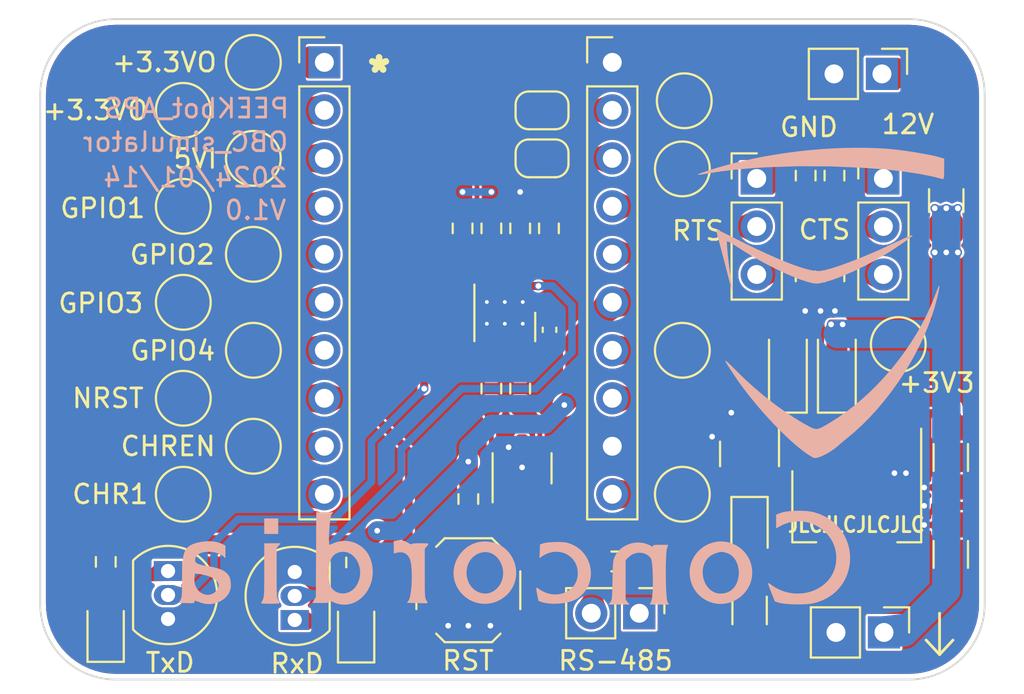
<source format=kicad_pcb>
(kicad_pcb (version 20221018) (generator pcbnew)
  (layers (0 "F.Cu" signal) (31 "B.Cu" signal) (34 "B.Paste" user) (35 "F.Paste" user) (36 "B.SilkS" user "B.Silkscreen") (37 "F.SilkS" user "F.Silkscreen") (38 "B.Mask" user) (39 "F.Mask" user) (44 "Edge.Cuts" user))
  (net 0 "")
  (net 1 "+3V3")
  (net 2 "GND")
  (net 3 "Net-(J2-Pin_1)")
  (net 4 "Net-(J2-Pin_3)")
  (net 5 "Net-(D1-K)")
  (net 6 "Net-(J2-Pin_10)")
  (net 7 "+12V")
  (net 8 "Net-(J3-Pin_10)")
  (net 9 "Net-(J2-Pin_9)")
  (net 10 "Net-(D2-K)")
  (net 11 "Net-(D2-A)")
  (net 12 "VBUS")
  (net 13 "Net-(D4-K)")
  (net 14 "Net-(D4-A)")
  (net 15 "Net-(D5-K)")
  (net 16 "Net-(D5-A)")
  (net 17 "/OUT+")
  (net 18 "/OUT-")
  (net 19 "Net-(J1-Pin_1)")
  (net 20 "Net-(J2-Pin_4)")
  (net 21 "Net-(J2-Pin_5)")
  (net 22 "Net-(J2-Pin_6)")
  (net 23 "Net-(J2-Pin_7)")
  (net 24 "/NRST")
  (net 25 "Net-(J3-Pin_2)")
  (net 26 "Net-(J3-Pin_3)")
  (net 27 "/RTS")
  (net 28 "/CTS")
  (net 29 "Net-(J3-Pin_7)")
  (net 30 "/USB_SUSPEND")
  (net 31 "Net-(J5-Pin_1)")
  (net 32 "Net-(J5-Pin_3)")
  (net 33 "Net-(J6-Pin_1)")
  (net 34 "Net-(J6-Pin_3)")
  (net 35 "/TxD")
  (net 36 "/RxD")
  (net 37 "Net-(U2-*RE)")
  (net 38 "Net-(U2-DE)")
  (net 39 "Net-(U2-A)")
  (net 40 "Net-(U2-B)")
  (net 41 "Net-(J2-Pin_2)")
  (footprint "Resistor_SMD:R_0603_1608Metric_Pad0.98x0.95mm_HandSolder" (layer "F.Cu") (at 23.479799 48.740699 -90)
    (fp_text reference "R1" hide)
    (fp_text value "1k" hide)
  )
  (footprint "Resistor_SMD:R_0603_1608Metric_Pad0.98x0.95mm_HandSolder" (layer "F.Cu") (at 43.8912 39.5713 90)
    (fp_text reference "R13" hide)
    (fp_text value "10" hide)
  )
  (footprint "Resistor_SMD:R_0603_1608Metric_Pad0.98x0.95mm_HandSolder" (layer "F.Cu") (at 45.4152 39.5713 90)
    (fp_text reference "R14" hide)
    (fp_text value "10" hide)
  )
  (footprint "Package_TO_SOT_THT:TO-92_Inline" (layer "F.Cu") (at 33.4816 51.816 90)
    (fp_text reference "Q2" hide)
    (fp_text value "2N3906" hide)
  )
  (footprint "Resistor_SMD:R_0603_1608Metric_Pad0.98x0.95mm_HandSolder" (layer "F.Cu") (at 45.4152 31.0877 90)
    (fp_text reference "R9" hide)
    (fp_text value "10k" hide)
  )
  (footprint "LED_SMD:LED_0805_2012Metric" (layer "F.Cu") (at 23.474 52.3471 90)
    (fp_text reference "D2" hide)
    (fp_text value "LED" hide)
  )
  (footprint "Capacitor_SMD:C_0402_1005Metric_Pad0.74x0.62mm_HandSolder" (layer "F.Cu") (at 46.9698 36.4574 90)
    (fp_text reference "C3" hide)
    (fp_text value "100nF" hide)
  )
  (footprint "TestPoint:TestPoint_Pad_D2.5mm" (layer "F.Cu") (at 31.2928 27.3812)
    (fp_text reference "5VI" hide)
    (fp_text value "TestPoint_Probe" hide)
  )
  (footprint "Jumper:SolderJumper-2_P1.3mm_Bridged_RoundedPad1.0x1.5mm" (layer "F.Cu") (at 46.5732 24.8412 180)
    (fp_text reference "JP1" hide)
    (fp_text value "SolderJumper_2_Open" hide)
  )
  (footprint "TestPoint:TestPoint_Pad_D2.5mm" (layer "F.Cu") (at 54.0004 37.5412)
    (fp_text reference "USB_SUSPENDb" hide)
    (fp_text value "TestPoint_Probe" hide)
  )
  (footprint "TestPoint:TestPoint_Pad_D2.5mm" (layer "F.Cu") (at 31.2928 32.4612)
    (fp_text reference "GPIO2" hide)
    (fp_text value "TestPoint_Probe" hide)
  )
  (footprint "Package_TO_SOT_SMD:SOT-23" (layer "F.Cu") (at 57.5564 43.0269 -90)
    (fp_text reference "Q3" hide)
    (fp_text value "2N7002K" hide)
  )
  (footprint "TestPoint:TestPoint_Pad_D2.5mm" (layer "F.Cu") (at 31.2928 42.6212)
    (fp_text reference "CHREN" hide)
    (fp_text value "TestPoint_Probe" hide)
  )
  (footprint "LED_SMD:LED_0805_2012Metric" (layer "F.Cu") (at 36.7328 52.3782 90)
    (fp_text reference "D4" hide)
    (fp_text value "LED" hide)
  )
  (footprint "Jumper:SolderJumper-2_P1.3mm_Bridged_RoundedPad1.0x1.5mm" (layer "F.Cu") (at 46.5732 27.3812 180)
    (fp_text reference "JP2" hide)
    (fp_text value "SolderJumper_2_Open" hide)
  )
  (footprint "TestPoint:TestPoint_Pad_D2.5mm" (layer "F.Cu") (at 27.5844 29.9212)
    (fp_text reference "GPIO1" hide)
    (fp_text value "TestPoint_Probe" hide)
  )
  (footprint "Button_Switch_SMD:SW_SPST_TL3342" (layer "F.Cu") (at 42.672 50.2412)
    (fp_text reference "SW1" hide)
    (fp_text value "SW_SPST" hide)
  )
  (footprint "TestPoint:TestPoint_Pad_D2.5mm" (layer "F.Cu") (at 27.5844 24.8412)
    (fp_text reference "+3.3VO" hide)
    (fp_text value "TestPoint_Probe" hide)
  )
  (footprint "Connector_PinHeader_2.54mm:PinHeader_1x02_P2.54mm_Vertical" (layer "F.Cu") (at 51.7194 51.4604 -90)
    (fp_text reference "J7" hide)
    (fp_text value "Conn_01x02" hide)
  )
  (footprint "Resistor_SMD:R_0603_1608Metric_Pad0.98x0.95mm_HandSolder" (layer "F.Cu") (at 42.3672 31.0896 -90)
    (fp_text reference "R11" hide)
    (fp_text value "10k" hide)
  )
  (footprint "TestPoint:TestPoint_Pad_D2.5mm" (layer "F.Cu") (at 31.2928 22.3012)
    (fp_text reference "+3.3VO" hide)
    (fp_text value "TestPoint_Probe" hide)
  )
  (footprint "Package_TO_SOT_SMD:SOT-23-3" (layer "F.Cu") (at 45.5168 43.7896 90)
    (fp_text reference "ESD1" hide)
    (fp_text value "SM712_SOT23" hide)
  )
  (footprint "Resistor_SMD:R_0603_1608Metric_Pad0.98x0.95mm_HandSolder" (layer "F.Cu") (at 60.5282 28.2956 -90)
    (fp_text reference "R3" hide)
    (fp_text value "10k" hide)
  )
  (footprint "TestPoint:TestPoint_Pad_D2.5mm" (layer "F.Cu") (at 27.5844 45.1612)
    (fp_text reference "CHR1" hide)
    (fp_text value "TestPoint_Probe" hide)
  )
  (footprint "Capacitor_SMD:C_1206_3216Metric_Pad1.33x1.80mm_HandSolder" (layer "F.Cu") (at 68.2104 43.2151 -90)
    (fp_text reference "C1" hide)
    (fp_text value "10uF" hide)
  )
  (footprint "TestPoint:TestPoint_Pad_D2.5mm" (layer "F.Cu") (at 54.102 24.3332)
    (fp_text reference "TP1" hide)
    (fp_text value "TestPoint_Probe" hide)
  )
  (footprint "Connector_PinHeader_2.54mm:PinHeader_1x10_P2.54mm_Vertical" (layer "F.Cu") (at 35.052 22.3012)
    (fp_text reference "J2" hide)
    (fp_text value "Conn_01x10_Pin" hide)
  )
  (footprint "Resistor_SMD:R_0603_1608Metric_Pad0.98x0.95mm_HandSolder" (layer "F.Cu") (at 62.0522 33.6296 -90)
    (fp_text reference "R8" hide)
    (fp_text value "10k" hide)
  )
  (footprint "Fuse:Fuse_1206_3216Metric_Pad1.42x1.75mm_HandSolder" (layer "F.Cu") (at 67.9704 29.6164 -90)
    (fp_text reference "F1" hide)
    (fp_text value "Polyfuse_Small" hide)
  )
  (footprint "Connector_PinHeader_2.54mm:PinHeader_1x10_P2.54mm_Vertical" (layer "F.Cu") (at 50.292 22.3012)
    (fp_text reference "J3" hide)
    (fp_text value "Conn_01x10_Pin" hide)
  )
  (footprint "TestPoint:TestPoint_Pad_D2.5mm" (layer "F.Cu") (at 65.4304 37.2364 -90)
    (fp_text reference "+3V3")
    (fp_text value "TestPoint_Probe" hide)
  )
  (footprint "Package_TO_SOT_SMD:SOT-223-3_TabPin2" (layer "F.Cu") (at 63.232 45.793201 -90)
    (fp_text reference "U1" hide)
    (fp_text value "AP1117-33" hide)
  )
  (footprint "Resistor_SMD:R_0603_1608Metric_Pad0.98x0.95mm_HandSolder" (layer "F.Cu") (at 43.8912 31.0877 -90)
    (fp_text reference "R10" hide)
    (fp_text value "10k" hide)
  )
  (footprint "Resistor_SMD:R_0603_1608Metric_Pad0.98x0.95mm_HandSolder" (layer "F.Cu") (at 46.9392 31.0877 -90)
    (fp_text reference "R12" hide)
    (fp_text value "10k" hide)
  )
  (footprint "TestPoint:TestPoint_Pad_D2.5mm" (layer "F.Cu") (at 54.0004 45.1612)
    (fp_text reference "CHR0" hide)
    (fp_text value "TestPoint_Probe" hide)
  )
  (footprint "Connector_PinHeader_2.54mm:PinHeader_1x03_P2.54mm_Vertical" (layer "F.Cu") (at 57.9374 28.448)
    (fp_text reference "J5" hide)
    (fp_text value "Conn_01x03_Pin" hide)
  )
  (footprint "Resistor_SMD:R_0603_1608Metric_Pad0.98x0.95mm_HandSolder" (layer "F.Cu") (at 60.5282 33.6296 -90)
    (fp_text reference "R4" hide)
    (fp_text value "10k" hide)
  )
  (footprint "LED_SMD:LED_0805_2012Metric" (layer "F.Cu") (at 57.5564 46.99 -90)
    (fp_text reference "D5" hide)
    (fp_text value "LED" hide)
  )
  (footprint "TestPoint:TestPoint_Pad_D2.5mm" (layer "F.Cu") (at 27.5844 35.0012)
    (fp_text reference "GPIO3" hide)
    (fp_text value "TestPoint_Probe" hide)
  )
  (footprint "Package_TO_SOT_THT:TO-92_Inline" (layer "F.Cu") (at 26.776 49.2252 -90)
    (fp_text reference "Q1" hide)
    (fp_text value "2N3906" hide)
  )
  (footprint "Diode_SMD:D_SOD-123F" (layer "F.Cu") (at 59.5884 38.6304 90)
    (fp_text reference "D3" hide)
    (fp_text value "1N4007" hide)
  )
  (footprint "Resistor_SMD:R_0603_1608Metric_Pad0.98x0.95mm_HandSolder" (layer "F.Cu") (at 36.7328 48.7699 -90)
    (fp_text reference "R2" hide)
    (fp_text value "1k" hide)
  )
  (footprint "Resistor_SMD:R_0603_1608Metric_Pad0.98x0.95mm_HandSolder" (layer "F.Cu") (at 50.5021 48.7172)
    (fp_text reference "R15" hide)
    (fp_text value "50" hide)
  )
  (footprint "Diode_SMD:D_SOD-123F" (layer "F.Cu") (at 62.1792 38.6304 90)
    (fp_text reference "D1" hide)
    (fp_text value "1N4007" hide)
  )
  (footprint "Package_SON:VSON-8-1EP_3x3mm_P0.65mm_EP1.65x2.4mm_ThermalVias" (layer "F.Cu") (at 44.6024 35.56 -90)
    (fp_text reference "U2" hide)
    (fp_text value "SN65HVD72DRBR" hide)
  )
  (footprint "TestPoint:TestPoint_Pad_D2.5mm" (layer "F.Cu") (at 31.2928 37.5412)
    (fp_text reference "GPIO4" hide)
    (fp_text value "TestPoint_Probe" hide)
  )
  (footprint "Connector_PinHeader_2.54mm:PinHeader_1x02_P2.54mm_Vertical" (layer "F.Cu") (at 64.5668 22.9108 -90)
    (fp_text reference "J1" hide)
    (fp_text value "Conn_01x02" hide)
  )
  (footprint "Connector_PinHeader_2.54mm:PinHeader_1x03_P2.54mm_Vertical" (layer "F.Cu") (at 64.643 28.448)
    (fp_text reference "J6" hide)
    (fp_text value "Conn_01x03_Pin" hide)
  )
  (footprint "Capacitor_SMD:C_1206_3216Metric_Pad1.33x1.80mm_HandSolder" (layer "F.Cu") (at 68.2104 48.345901 90)
    (fp_text reference "C2" hide)
    (fp_text value "10uF" hide)
  )
  (footprint "Resistor_SMD:R_1206_3216Metric_Pad1.30x1.75mm_HandSolder" (layer "F.Cu") (at 57.5602 51.312999 90)
    (fp_text reference "R6" hide)
    (fp_text value "220" hide)
  )
  (footprint "Resistor_SMD:R_0603_1608Metric_Pad0.98x0.95mm_HandSolder" (layer "F.Cu") (at 42.672 45.4152 -90)
    (fp_text reference "R5" hide)
    (fp_text value "1k" hide)
  )
  (footprint "TestPoint:TestPoint_Pad_D2.5mm" (layer "F.Cu") (at 54.0004 27.94)
    (fp_text reference "TP2" hide)
    (fp_text value "TestPoint_Probe" hide)
  )
  (footprint "Connector_PinHeader_2.54mm:PinHeader_1x02_P2.54mm_Vertical" (layer "F.Cu") (at 64.6734 52.4764 -90)
    (fp_text reference "J4" hide)
    (fp_text value "Conn_01x02" hide)
  )
  (footprint "TestPoint:TestPoint_Pad_D2.5mm" (layer "F.Cu") (at 27.5844 40.0812)
    (fp_text reference "NRST" hide)
    (fp_text value "TestPoint_Probe" hide)
  )
  (footprint "Resistor_SMD:R_0603_1608Metric_Pad0.98x0.95mm_HandSolder" (layer "F.Cu") (at 62.0522 28.2956 -90)
    (fp_text reference "R7" hide)
    (fp_text value "10k" hide)
  )
  (gr_poly (pts (xy 55.807634 31.153746) (xy 55.802104 31.160715) (xy 55.799006 31.1727) (xy 55.798518 31.190668) (xy 55.800819 31.215585) (xy 55.806085 31.248418) (xy 55.826228 31.341702) (xy 55.86037 31.478252) (xy 55.976345 31.912093) (xy 56.173269 32.656233) (xy 56.389095 33.494433) (xy 56.435573 33.675825) (xy 56.479673 33.844315) (xy 56.520372 33.996267) (xy 56.556651 34.128043) (xy 56.587488 34.236007) (xy 56.611863 34.316522) (xy 56.628755 34.36595) (xy 56.634076 34.37787) (xy 56.635899 34.380433) (xy 56.637143 34.380655) (xy 56.638593 34.375619) (xy 56.639097 34.364518) (xy 56.637415 34.325415) (xy 56.632384 34.265923) (xy 56.624293 34.188617) (xy 56.600083 33.990873) (xy 56.567093 33.752798) (xy 56.516829 33.394344) (xy 56.471565 33.04518) (xy 56.43243 32.716568) (xy 56.400555 32.41977) (xy 56.37707 32.166049) (xy 56.363106 31.966666) (xy 56.360047 31.890871) (xy 56.359792 31.832884) (xy 56.362482 31.794112) (xy 56.364975 31.782372) (xy 56.368258 31.775964) (xy 56.370836 31.774622) (xy 56.374859 31.774266) (xy 56.387089 31.776422) (xy 56.404635 31.782259) (xy 56.427188 31.791604) (xy 56.486067 31.820124) (xy 56.561238 31.860598) (xy 56.650214 31.911638) (xy 56.750504 31.971859) (xy 56.859622 32.039875) (xy 56.97508 32.1143) (xy 57.27641 32.306805) (xy 57.586797 32.49572) (xy 57.903223 32.679692) (xy 58.222672 32.857368) (xy 58.542127 33.027396) (xy 58.858571 33.188423) (xy 59.168987 33.339096) (xy 59.470358 33.478062) (xy 59.759666 33.603968) (xy 60.033896 33.715462) (xy 60.290029 33.811191) (xy 60.52505 33.889801) (xy 60.735941 33.94994) (xy 60.919684 33.990256) (xy 61.073264 34.009395) (xy 61.1378 34.0106) (xy 61.193664 34.006004) (xy 61.373566 33.97306) (xy 61.572607 33.92477) (xy 61.788776 33.862055) (xy 62.020063 33.785835) (xy 62.264458 33.697028) (xy 62.519952 33.596554) (xy 63.056198 33.364283) (xy 63.612721 33.096376) (xy 64.173444 32.80019) (xy 64.722289 32.48308) (xy 64.987233 32.318977) (xy 65.243178 32.1524) (xy 65.637124 31.886173) (xy 65.794035 31.777337) (xy 65.924348 31.68447) (xy 66.028146 31.60741) (xy 66.10551 31.545995) (xy 66.156522 31.500063) (xy 66.172172 31.482853) (xy 66.181266 31.469453) (xy 66.183812 31.459843) (xy 66.179822 31.454002) (xy 66.169307 31.451911) (xy 66.152275 31.45355) (xy 66.098705 31.467932) (xy 66.019195 31.496989) (xy 65.913827 31.540557) (xy 65.782684 31.598476) (xy 65.443401 31.756715) (xy 64.768011 32.071155) (xy 64.111628 32.361836) (xy 63.486707 32.62403) (xy 62.905708 32.853009) (xy 62.381086 33.044047) (xy 62.14381 33.12386) (xy 61.925299 33.192415) (xy 61.727112 33.249121) (xy 61.550806 33.293386) (xy 61.397937 33.324621) (xy 61.270062 33.342233) (xy 61.15127 33.345023) (xy 61.011355 33.333457) (xy 60.850641 33.307659) (xy 60.669451 33.267753) (xy 60.468107 33.213859) (xy 60.246933 33.146103) (xy 59.746384 32.969491) (xy 59.17039 32.738902) (xy 58.521532 32.455318) (xy 57.802395 32.119723) (xy 57.015562 31.733102) (xy 56.572289 31.511431) (xy 56.202315 31.328215) (xy 55.944334 31.202483) (xy 55.869433 31.167121) (xy 55.83704 31.153267) (xy 55.82528 31.150989) (xy 55.815419 31.150826)) (fill solid) (layer "B.SilkS"))
  (gr_poly (pts (xy 43.43872 47.662728) (xy 43.301222 47.677724) (xy 43.16791 47.703982) (xy 43.039142 47.740924) (xy 42.915276 47.787972) (xy 42.796668 47.844547) (xy 42.683677 47.910071) (xy 42.57666 47.983967) (xy 42.475975 48.065656) (xy 42.381978 48.15456) (xy 42.295028 48.2501) (xy 42.215482 48.3517) (xy 42.143697 48.45878) (xy 42.080031 48.570762) (xy 42.024841 48.687068) (xy 41.978485 48.807121) (xy 41.941321 48.930342) (xy 41.913705 49.056152) (xy 41.895996 49.183974) (xy 41.88855 49.31323) (xy 41.891726 49.443342) (xy 41.905881 49.57373) (xy 41.931372 49.703818) (xy 41.968556 49.833026) (xy 42.017792 49.960778) (xy 42.079437 50.086494) (xy 42.153848 50.209597) (xy 42.241382 50.329509) (xy 42.342398 50.44565) (xy 42.40268 50.506211) (xy 42.465307 50.563) (xy 42.530133 50.616014) (xy 42.597008 50.66525) (xy 42.665787 50.710704) (xy 42.73632 50.752373) (xy 42.808462 50.790254) (xy 42.882064 50.824344) (xy 42.956979 50.85464) (xy 43.03306 50.881138) (xy 43.110158 50.903836) (xy 43.188127 50.922729) (xy 43.266819 50.937816) (xy 43.346086 50.949092) (xy 43.425781 50.956554) (xy 43.505756 50.9602) (xy 43.585864 50.960026) (xy 43.665958 50.956029) (xy 43.74589 50.948205) (xy 43.825512 50.936552) (xy 43.904677 50.921066) (xy 43.983238 50.901745) (xy 44.061046 50.878584) (xy 44.137955 50.851581) (xy 44.213817 50.820732) (xy 44.288485 50.786035) (xy 44.36181 50.747486) (xy 44.433646 50.705081) (xy 44.503845 50.658819) (xy 44.572259 50.608695) (xy 44.638742 50.554706) (xy 44.703144 50.496849) (xy 44.784582 50.414338) (xy 44.85852 50.327999) (xy 44.925046 50.238189) (xy 44.984247 50.145264) (xy 45.036211 50.049582) (xy 45.081026 49.951499) (xy 45.118778 49.851372) (xy 45.149557 49.749556) (xy 45.173448 49.64641) (xy 45.190539 49.542289) (xy 45.200919 49.43755) (xy 45.203352 49.369518) (xy 44.513759 49.369518) (xy 44.508306 49.451649) (xy 44.497336 49.532332) (xy 44.481058 49.611287) (xy 44.459684 49.68823) (xy 44.433426 49.762882) (xy 44.402493 49.834959) (xy 44.367098 49.904182) (xy 44.327451 49.970267) (xy 44.283763 50.032935) (xy 44.236246 50.091903) (xy 44.18511 50.146889) (xy 44.130567 50.197613) (xy 44.072827 50.243792) (xy 44.012102 50.285145) (xy 43.948603 50.321391) (xy 43.88254 50.352248) (xy 43.814125 50.377435) (xy 43.743569 50.396669) (xy 43.671083 50.40967) (xy 43.596878 50.416156) (xy 43.521165 50.415846) (xy 43.444154 50.408457) (xy 43.366058 50.393709) (xy 43.287088 50.371319) (xy 43.207453 50.341008) (xy 43.132739 50.305156) (xy 43.062712 50.264132) (xy 42.997379 50.218275) (xy 42.936745 50.167926) (xy 42.880816 50.113425) (xy 42.829598 50.055114) (xy 42.783099 49.993332) (xy 42.741323 49.92842) (xy 42.704276 49.860719) (xy 42.671966 49.790569) (xy 42.644397 49.71831) (xy 42.621577 49.644284) (xy 42.60351 49.56883) (xy 42.590204 49.49229) (xy 42.581663 49.415004) (xy 42.577896 49.337312) (xy 42.578906 49.259555) (xy 42.584701 49.182073) (xy 42.595286 49.105207) (xy 42.610669 49.029298) (xy 42.630853 48.954686) (xy 42.655847 48.881711) (xy 42.685655 48.810714) (xy 42.720285 48.742036) (xy 42.759741 48.676017) (xy 42.80403 48.612998) (xy 42.853159 48.553319) (xy 42.907133 48.497321) (xy 42.965958 48.445344) (xy 43.029641 48.397729) (xy 43.098187 48.354816) (xy 43.171603 48.316946) (xy 43.216079 48.297465) (xy 43.260554 48.280334) (xy 43.304984 48.265538) (xy 43.349327 48.253059) (xy 43.393538 48.242882) (xy 43.437575 48.23499) (xy 43.481394 48.229366) (xy 43.524953 48.225994) (xy 43.568207 48.224857) (xy 43.611114 48.225939) (xy 43.653631 48.229223) (xy 43.695714 48.234693) (xy 43.73732 48.242332) (xy 43.778405 48.252125) (xy 43.818927 48.264053) (xy 43.858843 48.278102) (xy 43.898108 48.294254) (xy 43.93668 48.312493) (xy 43.974516 48.332802) (xy 44.011572 48.355165) (xy 44.047805 48.379565) (xy 44.083172 48.405986) (xy 44.11763 48.434412) (xy 44.151135 48.464825) (xy 44.183644 48.49721) (xy 44.215114 48.53155) (xy 44.245502 48.567828) (xy 44.274764 48.606028) (xy 44.302858 48.646134) (xy 44.329739 48.688128) (xy 44.355365 48.731995) (xy 44.379692 48.777718) (xy 44.418776 48.862099) (xy 44.450864 48.947004) (xy 44.476168 49.03215) (xy 44.494898 49.117255) (xy 44.507266 49.20204) (xy 44.513482 49.286221) (xy 44.513759 49.369518) (xy 45.203352 49.369518) (xy 45.204674 49.332551) (xy 45.201893 49.227646) (xy 45.192662 49.123194) (xy 45.177069 49.01955) (xy 45.155202 48.917072) (xy 45.127148 48.816115) (xy 45.092994 48.717038) (xy 45.052829 48.620195) (xy 45.00674 48.525945) (xy 44.954814 48.434643) (xy 44.897138 48.346646) (xy 44.833801 48.262311) (xy 44.764889 48.181995) (xy 44.690491 48.106053) (xy 44.610694 48.034844) (xy 44.525585 47.968723) (xy 44.435252 47.908046) (xy 44.339782 47.853172) (xy 44.239263 47.804456) (xy 44.133783 47.762255) (xy 44.023428 47.726925) (xy 43.872759 47.691092) (xy 43.724846 47.668834) (xy 43.580047 47.659572)) (fill solid) (layer "B.SilkS"))
  (gr_poly (pts (xy 28.83513 47.650077) (xy 28.742961 47.65567) (xy 28.650899 47.664564) (xy 28.559628 47.676655) (xy 28.469829 47.69184) (xy 28.382186 47.710017) (xy 28.297381 47.731082) (xy 28.216095 47.754934) (xy 28.139013 47.78147) (xy 28.066815 47.810586) (xy 28.000186 47.842181) (xy 27.939806 47.87615) (xy 27.877713 47.917754) (xy 27.821758 47.963045) (xy 27.771646 48.013295) (xy 27.727083 48.069776) (xy 27.687773 48.133761) (xy 27.653421 48.206522) (xy 27.623731 48.289329) (xy 27.59841 48.383457) (xy 27.577161 48.490175) (xy 27.55969 48.610758) (xy 27.545702 48.746475) (xy 27.5349 48.898601) (xy 27.526991 49.068406) (xy 27.521679 49.257162) (xy 27.517664 49.696617) (xy 27.517109 49.968844) (xy 27.516359 50.082679) (xy 27.515178 50.183146) (xy 27.513481 50.271358) (xy 27.511179 50.348426) (xy 27.508188 50.415463) (xy 27.504419 50.473582) (xy 27.499787 50.523895) (xy 27.494205 50.567515) (xy 27.487586 50.605554) (xy 27.483861 50.622829) (xy 27.479844 50.639126) (xy 27.475524 50.654583) (xy 27.470891 50.669341) (xy 27.460642 50.697313) (xy 27.44901 50.724155) (xy 27.435908 50.750979) (xy 27.354285 50.91079) (xy 27.764388 50.923752) (xy 27.831214 50.925796) (xy 27.890411 50.927367) (xy 27.942437 50.928393) (xy 27.987749 50.928804) (xy 28.00803 50.928758) (xy 28.026804 50.928531) (xy 28.044129 50.928115) (xy 28.060061 50.927501) (xy 28.074658 50.926681) (xy 28.087977 50.925645) (xy 28.100075 50.924386) (xy 28.111009 50.922893) (xy 28.120837 50.921158) (xy 28.129615 50.919173) (xy 28.137401 50.916928) (xy 28.144252 50.914415) (xy 28.147345 50.913055) (xy 28.150226 50.911625) (xy 28.152901 50.910123) (xy 28.155379 50.908549) (xy 28.157666 50.906901) (xy 28.159769 50.905178) (xy 28.161695 50.903379) (xy 28.163452 50.901503) (xy 28.165047 50.899549) (xy 28.166486 50.897516) (xy 28.167778 50.895403) (xy 28.168929 50.893208) (xy 28.170837 50.88857) (xy 28.172268 50.883593) (xy 28.173278 50.878269) (xy 28.173926 50.872588) (xy 28.174268 50.866541) (xy 28.174361 50.860121) (xy 28.174558 50.845656) (xy 28.175461 50.833193) (xy 28.177463 50.822772) (xy 28.180956 50.814433) (xy 28.183385 50.811057) (xy 28.186334 50.808216) (xy 28.189852 50.805915) (xy 28.193989 50.80416) (xy 28.198793 50.802955) (xy 28.204314 50.802305) (xy 28.217702 50.802691) (xy 28.234545 50.805357) (xy 28.255237 50.810343) (xy 28.280171 50.817689) (xy 28.309738 50.827435) (xy 28.384345 50.854285) (xy 28.482203 50.891211) (xy 28.552721 50.91567) (xy 28.623785 50.93571) (xy 28.695211 50.951433) (xy 28.766818 50.962941) (xy 28.838422 50.970335) (xy 28.909841 50.973718) (xy 28.980892 50.973191) (xy 29.051394 50.968856) (xy 29.121162 50.960815) (xy 29.190016 50.949169) (xy 29.257771 50.934021) (xy 29.324246 50.915472) (xy 29.389259 50.893624) (xy 29.452625 50.86858) (xy 29.514164 50.840439) (xy 29.573691 50.809306) (xy 29.631026 50.77528) (xy 29.685984 50.738465) (xy 29.738385 50.698962) (xy 29.788044 50.656872) (xy 29.834779 50.612298) (xy 29.878409 50.565342) (xy 29.91875 50.516104) (xy 29.955619 50.464688) (xy 29.988835 50.411194) (xy 30.018214 50.355725) (xy 30.043574 50.298383) (xy 30.064733 50.239268) (xy 30.081508 50.178484) (xy 30.093716 50.116132) (xy 30.101174 50.052313) (xy 30.103701 49.987129) (xy 30.103383 49.976946) (xy 29.455544 49.976946) (xy 29.455066 50.013177) (xy 29.4502 50.049861) (xy 29.440883 50.086948) (xy 29.427051 50.124389) (xy 29.408642 50.162136) (xy 29.385593 50.200139) (xy 29.35784 50.23835) (xy 29.318793 50.284118) (xy 29.277771 50.324897) (xy 29.234984 50.360782) (xy 29.190642 50.391869) (xy 29.144958 50.418252) (xy 29.098141 50.440029) (xy 29.050402 50.457294) (xy 29.001953 50.470142) (xy 28.953004 50.47867) (xy 28.903766 50.482973) (xy 28.85445 50.483146) (xy 28.805267 50.479285) (xy 28.756428 50.471485) (xy 28.708143 50.459843) (xy 28.660624 50.444453) (xy 28.61408 50.425411) (xy 28.568724 50.402813) (xy 28.524766 50.376753) (xy 28.482417 50.347329) (xy 28.441888 50.314635) (xy 28.403389 50.278766) (xy 28.367131 50.239819) (xy 28.333326 50.197889) (xy 28.302184 50.153071) (xy 28.273916 50.105461) (xy 28.248733 50.055155) (xy 28.226846 50.002247) (xy 28.208466 49.946834) (xy 28.193803 49.889011) (xy 28.183068 49.828874) (xy 28.176473 49.766518) (xy 28.174227 49.702038) (xy 28.174394 49.656683) (xy 28.174903 49.614962) (xy 28.175767 49.576784) (xy 28.177001 49.542057) (xy 28.178618 49.510687) (xy 28.180632 49.482583) (xy 28.183055 49.457652) (xy 28.184425 49.446348) (xy 28.185902 49.435802) (xy 28.187489 49.426004) (xy 28.189186 49.416942) (xy 28.190997 49.408604) (xy 28.192921 49.400978) (xy 28.194962 49.394054) (xy 28.197121 49.387819) (xy 28.199399 49.382262) (xy 28.201798 49.377371) (xy 28.20432 49.373136) (xy 28.206967 49.369544) (xy 28.20974 49.366584) (xy 28.212641 49.364244) (xy 28.215671 49.362514) (xy 28.218833 49.36138) (xy 28.222128 49.360833) (xy 28.225558 49.360859) (xy 28.314312 49.369922) (xy 28.400254 49.380658) (xy 28.483319 49.393018) (xy 28.563444 49.406953) (xy 28.640568 49.422414) (xy 28.714627 49.439352) (xy 28.785557 49.457719) (xy 28.853296 49.477466) (xy 28.91778 49.498544) (xy 28.978948 49.520904) (xy 29.036735 49.544497) (xy 29.091079 49.569274) (xy 29.141916 49.595188) (xy 29.189185 49.622187) (xy 29.232821 49.650225) (xy 29.272761 49.679252) (xy 29.308944 49.709219) (xy 29.341305 49.740078) (xy 29.369782 49.771779) (xy 29.394311 49.804274) (xy 29.41483 49.837514) (xy 29.431276 49.87145) (xy 29.443586 49.906033) (xy 29.451696 49.941214) (xy 29.455544 49.976946) (xy 30.103383 49.976946) (xy 30.100157 49.873679) (xy 30.089189 49.768793) (xy 30.070294 49.672052) (xy 30.057717 49.626606) (xy 30.042969 49.58304) (xy 30.025988 49.541301) (xy 30.006711 49.501337) (xy 29.985074 49.463096) (xy 29.961015 49.426526) (xy 29.934471 49.391574) (xy 29.905379 49.358188) (xy 29.873677 49.326315) (xy 29.839301 49.295905) (xy 29.802188 49.266903) (xy 29.762275 49.239258) (xy 29.7195 49.212919) (xy 29.6738 49.187831) (xy 29.573371 49.141204) (xy 29.460486 49.098959) (xy 29.334641 49.060679) (xy 29.195333 49.025944) (xy 29.042059 48.994337) (xy 28.874316 48.965439) (xy 28.765388 48.947376) (xy 28.667539 48.929207) (xy 28.580375 48.910647) (xy 28.540676 48.90113) (xy 28.5035 48.891406) (xy 28.468798 48.881441) (xy 28.436521 48.871199) (xy 28.40662 48.860642) (xy 28.379045 48.849736) (xy 28.353748 48.838444) (xy 28.330678 48.82673) (xy 28.309786 48.814559) (xy 28.291024 48.801895) (xy 28.274342 48.788701) (xy 28.259691 48.774942) (xy 28.247022 48.760581) (xy 28.236285 48.745583) (xy 28.227431 48.729912) (xy 28.220411 48.713532) (xy 28.215175 48.696406) (xy 28.211675 48.6785) (xy 28.209862 48.659776) (xy 28.209685 48.6402) (xy 28.211095 48.619734) (xy 28.214045 48.598344) (xy 28.218483 48.575993) (xy 28.224361 48.552645) (xy 28.23163 48.528265) (xy 28.240241 48.502816) (xy 28.255151 48.468611) (xy 28.274612 48.436473) (xy 28.298372 48.406408) (xy 28.326178 48.378421) (xy 28.357778 48.35252) (xy 28.392921 48.32871) (xy 28.431354 48.306999) (xy 28.472825 48.287392) (xy 28.517081 48.269896) (xy 28.563872 48.254518) (xy 28.664046 48.23014) (xy 28.77133 48.21431) (xy 28.883706 48.207079) (xy 28.999158 48.208498) (xy 29.115669 48.21862) (xy 29.231222 48.237495) (xy 29.343801 48.265176) (xy 29.451387 48.301713) (xy 29.502678 48.323319) (xy 29.551964 48.347159) (xy 29.598994 48.373238) (xy 29.643516 48.401564) (xy 29.685276 48.432143) (xy 29.724024 48.464981) (xy 29.816363 48.549515) (xy 29.816363 47.879986) (xy 29.653513 47.796908) (xy 29.6358 47.788253) (xy 29.616374 47.779448) (xy 29.573164 47.761631) (xy 29.525443 47.743957) (xy 29.474769 47.726925) (xy 29.4227 47.711034) (xy 29.370794 47.696783) (xy 29.320609 47.684672) (xy 29.273703 47.6752) (xy 29.191233 47.662754) (xy 29.105458 47.654121) (xy 29.017061 47.649199) (xy 28.926724 47.647885)) (fill solid) (layer "B.SilkS"))
  (gr_poly (pts (xy 51.607441 47.718792) (xy 51.54683 47.7223) (xy 51.486532 47.728337) (xy 51.42665 47.736859) (xy 51.367284 47.747822) (xy 51.308538 47.761182) (xy 51.250511 47.776896) (xy 51.193306 47.794919) (xy 51.137025 47.815209) (xy 51.081769 47.83772) (xy 51.027639 47.86241) (xy 50.974738 47.889234) (xy 50.923167 47.918148) (xy 50.873027 47.949109) (xy 50.82442 47.982073) (xy 50.777448 48.016996) (xy 50.732213 48.053834) (xy 50.688815 48.092543) (xy 50.647357 48.13308) (xy 50.607941 48.1754) (xy 50.570667 48.219459) (xy 50.535637 48.265215) (xy 50.502954 48.312623) (xy 50.472718 48.361639) (xy 50.445032 48.412219) (xy 50.419997 48.46432) (xy 50.389826 48.535988) (xy 50.36633 48.607848) (xy 50.356732 48.647584) (xy 50.34838 48.69185) (xy 50.33485 48.799944) (xy 50.324613 48.944079) (xy 50.316541 49.136204) (xy 50.302388 49.712227) (xy 50.295256 50.042506) (xy 50.291885 50.178002) (xy 50.288444 50.295745) (xy 50.284785 50.397238) (xy 50.280757 50.483989) (xy 50.278559 50.522306) (xy 50.276213 50.557502) (xy 50.2737 50.589766) (xy 50.271003 50.619284) (xy 50.268101 50.646246) (xy 50.264976 50.67084) (xy 50.261611 50.693255) (xy 50.257986 50.713677) (xy 50.254082 50.732295) (xy 50.249881 50.749299) (xy 50.245365 50.764875) (xy 50.240514 50.779212) (xy 50.23531 50.792499) (xy 50.229734 50.804923) (xy 50.223768 50.816673) (xy 50.217392 50.827936) (xy 50.210589 50.838902) (xy 50.20334 50.849759) (xy 50.187428 50.871895) (xy 50.093764 50.998366) (xy 51.212027 50.998366) (xy 51.105664 50.872029) (xy 50.999434 50.74569) (xy 50.999434 48.648733) (xy 51.154347 48.49382) (xy 51.186477 48.46344) (xy 51.219918 48.435177) (xy 51.25457 48.409026) (xy 51.290332 48.384983) (xy 51.327102 48.363042) (xy 51.364779 48.3432) (xy 51.403262 48.325451) (xy 51.442449 48.30979) (xy 51.48224 48.296214) (xy 51.522533 48.284716) (xy 51.563228 48.275294) (xy 51.604222 48.267941) (xy 51.645415 48.262653) (xy 51.686705 48.259426) (xy 51.727991 48.258255) (xy 51.769173 48.259135) (xy 51.810148 48.262061) (xy 51.850816 48.267029) (xy 51.891075 48.274033) (xy 51.930824 48.283071) (xy 51.969963 48.294135) (xy 52.008389 48.307223) (xy 52.046002 48.322329) (xy 52.0827 48.339448) (xy 52.118383 48.358576) (xy 52.152948 48.379708) (xy 52.186295 48.40284) (xy 52.218323 48.427966) (xy 52.24893 48.455083) (xy 52.278015 48.484184) (xy 52.305477 48.515267) (xy 52.331215 48.548325) (xy 52.343088 48.569702) (xy 52.354319 48.600036) (xy 52.374828 48.685268) (xy 52.392688 48.799406) (xy 52.407842 48.937833) (xy 52.429815 49.26909) (xy 52.440305 49.642112) (xy 52.43887 50.019971) (xy 52.425069 50.365739) (xy 52.413393 50.515049) (xy 52.398459 50.642488) (xy 52.380213 50.74344) (xy 52.358599 50.81329) (xy 52.276711 50.998366) (xy 53.297207 50.998366) (xy 53.215849 50.864884) (xy 53.196691 50.806903) (xy 53.17968 50.703439) (xy 53.152291 50.385256) (xy 53.134067 49.96073) (xy 53.125394 49.480253) (xy 53.126655 48.99422) (xy 53.138234 48.553024) (xy 53.160517 48.20706) (xy 53.175793 48.085538) (xy 53.193888 48.006722) (xy 53.253684 47.837256) (xy 52.845034 47.837256) (xy 52.784633 47.837389) (xy 52.730235 47.837818) (xy 52.68155 47.838587) (xy 52.638287 47.839741) (xy 52.618598 47.840476) (xy 52.600156 47.841324) (xy 52.582923 47.842291) (xy 52.566865 47.843381) (xy 52.551944 47.844602) (xy 52.538125 47.845957) (xy 52.52537 47.847454) (xy 52.513643 47.849097) (xy 52.502909 47.850891) (xy 52.493131 47.852843) (xy 52.484272 47.854959) (xy 52.476297 47.857242) (xy 52.469168 47.859701) (xy 52.46285 47.862338) (xy 52.457306 47.865162) (xy 52.4525 47.868176) (xy 52.450362 47.869756) (xy 52.448395 47.871386) (xy 52.446595 47.873067) (xy 52.444956 47.874799) (xy 52.443474 47.876583) (xy 52.442145 47.878419) (xy 52.440964 47.880309) (xy 52.439927 47.882253) (xy 52.439029 47.884251) (xy 52.438265 47.886305) (xy 52.437123 47.890582) (xy 52.436464 47.895088) (xy 52.436253 47.89983) (xy 52.43607 47.909328) (xy 52.435459 47.917526) (xy 52.434326 47.924419) (xy 52.433534 47.927375) (xy 52.432578 47.930001) (xy 52.431444 47.932298) (xy 52.430121 47.934265) (xy 52.428598 47.935901) (xy 52.426863 47.937205) (xy 52.424904 47.938176) (xy 52.422709 47.938815) (xy 52.420267 47.939119) (xy 52.417567 47.939088) (xy 52.414596 47.938722) (xy 52.411342 47.938019) (xy 52.407795 47.936979) (xy 52.403942 47.935601) (xy 52.395273 47.931828) (xy 52.385242 47.926694) (xy 52.373755 47.920192) (xy 52.360719 47.912317) (xy 52.346041 47.903063) (xy 52.329626 47.892422) (xy 52.317758 47.885036) (xy 52.30428 47.877308) (xy 52.273109 47.861077) (xy 52.23733 47.844239) (xy 52.198162 47.827302) (xy 52.156823 47.810774) (xy 52.114533 47.795163) (xy 52.072509 47.78098) (xy 52.031969 47.76873) (xy 51.972007 47.753308) (xy 51.911647 47.740722) (xy 51.850992 47.730927) (xy 51.790142 47.723881) (xy 51.729199 47.719539) (xy 51.668265 47.717857)) (fill solid) (layer "B.SilkS"))
  (gr_poly (pts (xy 55.943644 47.661927) (xy 55.848126 47.670909) (xy 55.753785 47.685417) (xy 55.660831 47.705298) (xy 55.569471 47.7304) (xy 55.479917 47.760569) (xy 55.392377 47.795655) (xy 55.30706 47.835503) (xy 55.224176 47.879961) (xy 55.143933 47.928878) (xy 55.066542 47.9821) (xy 54.992211 48.039474) (xy 54.921149 48.10085) (xy 54.853566 48.166072) (xy 54.789671 48.23499) (xy 54.729674 48.307451) (xy 54.673782 48.383302) (xy 54.622207 48.462391) (xy 54.575157 48.544565) (xy 54.53284 48.629671) (xy 54.495468 48.717557) (xy 54.463248 48.808071) (xy 54.436389 48.90106) (xy 54.415103 48.996371) (xy 54.399596 49.093852) (xy 54.390079 49.193351) (xy 54.386761 49.294714) (xy 54.391555 49.431155) (xy 54.406018 49.563087) (xy 54.429717 49.690324) (xy 54.462218 49.812677) (xy 54.503085 49.929961) (xy 54.551886 50.041988) (xy 54.608185 50.148573) (xy 54.671549 50.249527) (xy 54.741542 50.344664) (xy 54.817732 50.433798) (xy 54.899684 50.516741) (xy 54.986963 50.593307) (xy 55.079135 50.663308) (xy 55.175766 50.726558) (xy 55.276423 50.782871) (xy 55.38067 50.832058) (xy 55.488073 50.873935) (xy 55.598198 50.908312) (xy 55.710612 50.935005) (xy 55.824879 50.953825) (xy 55.940565 50.964587) (xy 56.057237 50.967103) (xy 56.17446 50.961186) (xy 56.2918 50.94665) (xy 56.408822 50.923308) (xy 56.525092 50.890972) (xy 56.640177 50.849457) (xy 56.753641 50.798575) (xy 56.865052 50.738139) (xy 56.973973 50.667963) (xy 57.079972 50.58786) (xy 57.182614 50.497643) (xy 57.265117 50.414248) (xy 57.340212 50.327398) (xy 57.407976 50.237418) (xy 57.468484 50.144635) (xy 57.521815 50.049374) (xy 57.568045 49.951962) (xy 57.607251 49.852725) (xy 57.63951 49.751989) (xy 57.664899 49.65008) (xy 57.683496 49.547324) (xy 57.695376 49.444048) (xy 57.700617 49.340578) (xy 57.700273 49.313615) (xy 56.989268 49.313615) (xy 56.986844 49.401488) (xy 56.979087 49.488885) (xy 56.965996 49.575302) (xy 56.947569 49.660231) (xy 56.923805 49.743167) (xy 56.894703 49.823605) (xy 56.86026 49.901037) (xy 56.820476 49.974959) (xy 56.77535 50.044865) (xy 56.72488 50.110247) (xy 56.669064 50.170602) (xy 56.607901 50.225422) (xy 56.54139 50.274201) (xy 56.469529 50.316435) (xy 56.392317 50.351617) (xy 56.309752 50.37924) (xy 56.193711 50.405074) (xy 56.08232 50.417396) (xy 55.975761 50.416969) (xy 55.874217 50.404549) (xy 55.777869 50.380898) (xy 55.686899 50.346774) (xy 55.601488 50.302936) (xy 55.521819 50.250145) (xy 55.448073 50.189159) (xy 55.380432 50.120738) (xy 55.319078 50.045642) (xy 55.264193 49.964629) (xy 55.215958 49.87846) (xy 55.174556 49.787893) (xy 55.140168 49.693687) (xy 55.112976 49.596604) (xy 55.093162 49.497401) (xy 55.080907 49.396838) (xy 55.076394 49.295674) (xy 55.079804 49.19467) (xy 55.09132 49.094584) (xy 55.111122 48.996176) (xy 55.139393 48.900204) (xy 55.176315 48.80743) (xy 55.222069 48.718611) (xy 55.276838 48.634508) (xy 55.340802 48.555879) (xy 55.414144 48.483485) (xy 55.497046 48.418084) (xy 55.58969 48.360436) (xy 55.692256 48.311301) (xy 55.804928 48.271437) (xy 55.887272 48.247657) (xy 55.922656 48.238221) (xy 55.954931 48.230396) (xy 55.984657 48.224166) (xy 56.012395 48.219513) (xy 56.038707 48.216419) (xy 56.064154 48.214867) (xy 56.089298 48.214838) (xy 56.114698 48.216316) (xy 56.140917 48.219282) (xy 56.168516 48.22372) (xy 56.198056 48.229611) (xy 56.230098 48.236937) (xy 56.303933 48.255827) (xy 56.386643 48.282502) (xy 56.464043 48.316795) (xy 56.536132 48.358202) (xy 56.602907 48.406217) (xy 56.664367 48.460333) (xy 56.720512 48.520044) (xy 56.771339 48.584845) (xy 56.816847 48.65423) (xy 56.857036 48.727693) (xy 56.891902 48.804727) (xy 56.921446 48.884828) (xy 56.945665 48.967489) (xy 56.964558 49.052204) (xy 56.978124 49.138467) (xy 56.986361 49.225773) (xy 56.989268 49.313615) (xy 57.700273 49.313615) (xy 57.699296 49.237239) (xy 57.69149 49.134359) (xy 57.677276 49.032262) (xy 57.656731 48.931276) (xy 57.629931 48.831726) (xy 57.596954 48.733938) (xy 57.557877 48.63824) (xy 57.512776 48.544955) (xy 57.461729 48.454412) (xy 57.404812 48.366936) (xy 57.342103 48.282853) (xy 57.273678 48.20249) (xy 57.199615 48.126172) (xy 57.11999 48.054225) (xy 57.03488 47.986977) (xy 56.944363 47.924752) (xy 56.848515 47.867877) (xy 56.747413 47.816679) (xy 56.641134 47.771482) (xy 56.529755 47.732615) (xy 56.431568 47.70524) (xy 56.333303 47.684306) (xy 56.235169 47.66966) (xy 56.137375 47.66115) (xy 56.04013 47.658623)) (fill solid) (layer "B.SilkS"))
  (gr_poly (pts (xy 34.61088 48.360735) (xy 34.598971 50.60837) (xy 34.503195 50.762224) (xy 34.407549 50.916212) (xy 34.862498 50.916212) (xy 34.92974 50.916081) (xy 34.990295 50.915658) (xy 35.044488 50.9149) (xy 35.092643 50.913763) (xy 35.114558 50.913039) (xy 35.135084 50.912204) (xy 35.154263 50.911252) (xy 35.172134 50.910178) (xy 35.188739 50.908977) (xy 35.204118 50.907643) (xy 35.218312 50.906171) (xy 35.23136 50.904555) (xy 35.243304 50.90279) (xy 35.254183 50.90087) (xy 35.264039 50.89879) (xy 35.272912 50.896544) (xy 35.280843 50.894127) (xy 35.287871 50.891534) (xy 35.294038 50.888759) (xy 35.299383 50.885797) (xy 35.303949 50.882642) (xy 35.305951 50.88099) (xy 35.307774 50.879288) (xy 35.309421 50.877535) (xy 35.310899 50.875731) (xy 35.312212 50.873874) (xy 35.313365 50.871965) (xy 35.314364 50.870001) (xy 35.315213 50.867984) (xy 35.316483 50.863783) (xy 35.317215 50.859356) (xy 35.31745 50.854698) (xy 35.317607 50.829197) (xy 35.318358 50.819267) (xy 35.32005 50.811277) (xy 35.321363 50.808024) (xy 35.323051 50.805273) (xy 35.325158 50.80303) (xy 35.327732 50.8013) (xy 35.330817 50.80009) (xy 35.334461 50.799404) (xy 35.338709 50.799249) (xy 35.343608 50.79963) (xy 35.355543 50.802024) (xy 35.370635 50.80663) (xy 35.389253 50.813494) (xy 35.411766 50.822661) (xy 35.469957 50.848087) (xy 35.548163 50.883271) (xy 35.664131 50.929797) (xy 35.779633 50.965113) (xy 35.894362 50.98958) (xy 36.008007 51.003559) (xy 36.120262 51.007411) (xy 36.230817 51.001496) (xy 36.339365 50.986175) (xy 36.445596 50.961809) (xy 36.549203 50.92876) (xy 36.649877 50.887386) (xy 36.747309 50.838051) (xy 36.841191 50.781113) (xy 36.931215 50.716935) (xy 37.017073 50.645876) (xy 37.098455 50.568298) (xy 37.175054 50.484562) (xy 37.24656 50.395028) (xy 37.312667 50.300056) (xy 37.373064 50.200009) (xy 37.427445 50.095247) (xy 37.4755 49.98613) (xy 37.516921 49.873019) (xy 37.551399 49.756276) (xy 37.578627 49.63626) (xy 37.598295 49.513333) (xy 37.610096 49.387856) (xy 37.61114 49.351074) (xy 36.94461 49.351074) (xy 36.938961 49.438731) (xy 36.927174 49.526879) (xy 36.909038 49.61519) (xy 36.884344 49.703332) (xy 36.852882 49.790976) (xy 36.814444 49.877792) (xy 36.76882 49.96345) (xy 36.73187 50.02235) (xy 36.691973 50.077023) (xy 36.64937 50.12749) (xy 36.604303 50.173769) (xy 36.557012 50.21588) (xy 36.507738 50.253842) (xy 36.456724 50.287674) (xy 36.40421 50.317395) (xy 36.350438 50.343025) (xy 36.295647 50.364584) (xy 36.240081 50.382089) (xy 36.18398 50.395562) (xy 36.127584 50.40502) (xy 36.071136 50.410483) (xy 36.014877 50.411971) (xy 35.959047 50.409503) (xy 35.903888 50.403097) (xy 35.849641 50.392774) (xy 35.796547 50.378553) (xy 35.744848 50.360453) (xy 35.694785 50.338492) (xy 35.646598 50.312691) (xy 35.600529 50.283069) (xy 35.55682 50.249645) (xy 35.515711 50.212438) (xy 35.477444 50.171468) (xy 35.442259 50.126754) (xy 35.410399 50.078315) (xy 35.382103 50.02617) (xy 35.357615 49.970339) (xy 35.337173 49.910841) (xy 35.321021 49.847695) (xy 35.307228 49.779299) (xy 35.295282 49.711407) (xy 35.285164 49.644094) (xy 35.276855 49.577437) (xy 35.270337 49.511511) (xy 35.265591 49.446392) (xy 35.262599 49.382156) (xy 35.261341 49.318878) (xy 35.2618 49.256635) (xy 35.263957 49.195502) (xy 35.267793 49.135555) (xy 35.273289 49.07687) (xy 35.280428 49.019523) (xy 35.28919 48.96359) (xy 35.299557 48.909145) (xy 35.31151 48.856266) (xy 35.325031 48.805028) (xy 35.340101 48.755507) (xy 35.356702 48.707778) (xy 35.374815 48.661918) (xy 35.394421 48.618002) (xy 35.415502 48.576106) (xy 35.438039 48.536306) (xy 35.462014 48.498677) (xy 35.487408 48.463297) (xy 35.514203 48.430239) (xy 35.542379 48.399581) (xy 35.571919 48.371398) (xy 35.602804 48.345765) (xy 35.635015 48.32276) (xy 35.668533 48.302456) (xy 35.703341 48.284931) (xy 35.783091 48.253025) (xy 35.861939 48.229861) (xy 35.939675 48.21511) (xy 36.016089 48.208442) (xy 36.090973 48.209527) (xy 36.164116 48.218035) (xy 36.23531 48.233635) (xy 36.304345 48.255999) (xy 36.371011 48.284795) (xy 36.435099 48.319694) (xy 36.496399 48.360366) (xy 36.554702 48.40648) (xy 36.609799 48.457707) (xy 36.66148 48.513716) (xy 36.709535 48.574178) (xy 36.753756 48.638762) (xy 36.793932 48.707139) (xy 36.829854 48.778978) (xy 36.861313 48.853949) (xy 36.8881 48.931723) (xy 36.910004 49.011969) (xy 36.926816 49.094357) (xy 36.938328 49.178557) (xy 36.944329 49.26424) (xy 36.94461 49.351074) (xy 37.61114 49.351074) (xy 37.61372 49.260189) (xy 37.608861 49.130693) (xy 37.595208 48.999729) (xy 37.572454 48.867658) (xy 37.54029 48.73484) (xy 37.498408 48.601637) (xy 37.470942 48.52964) (xy 37.440053 48.459937) (xy 37.405875 48.392589) (xy 37.368542 48.327657) (xy 37.328186 48.2652) (xy 37.284942 48.205279) (xy 37.238942 48.147954) (xy 37.190322 48.093286) (xy 37.139213 48.041336) (xy 37.08575 47.992163) (xy 37.030067 47.945828) (xy 36.972296 47.902392) (xy 36.912572 47.861915) (xy 36.851028 47.824457) (xy 36.787797 47.790079) (xy 36.723013 47.758841) (xy 36.656811 47.730803) (xy 36.589322 47.706027) (xy 36.520681 47.684572) (xy 36.451022 47.666499) (xy 36.380478 47.651868) (xy 36.309182 47.640739) (xy 36.237268 47.633174) (xy 36.16487 47.629232) (xy 36.092122 47.628974) (xy 36.019156 47.632461) (xy 35.946106 47.639752) (xy 35.873107 47.650908) (xy 35.800291 47.66599) (xy 35.727792 47.685057) (xy 35.655744 47.708171) (xy 35.58428 47.735392) (xy 35.487829 47.774822) (xy 35.40729 47.807144) (xy 35.351085 47.829024) (xy 35.33474 47.835005) (xy 35.329966 47.836573) (xy 35.327635 47.837124) (xy 35.320107 47.832992) (xy 35.313573 47.820647) (xy 35.303367 47.773422) (xy 35.296763 47.699658) (xy 35.293509 47.60356) (xy 35.296038 47.361186) (xy 35.308931 47.079953) (xy 35.330165 46.793511) (xy 35.357717 46.535511) (xy 35.37323 46.427692) (xy 35.389563 46.339603) (xy 35.406465 46.275449) (xy 35.41505 46.253662) (xy 35.423682 46.239437) (xy 35.529906 46.1131) (xy 34.622786 46.1131)) (fill solid) (layer "B.SilkS"))
  (gr_poly (pts (xy 39.017055 47.595968) (xy 38.991522 47.59725) (xy 38.96543 47.599401) (xy 38.93866 47.602414) (xy 38.91109 47.606288) (xy 38.8826 47.611016) (xy 38.853072 47.616595) (xy 38.724749 47.642259) (xy 38.724749 48.295382) (xy 38.858103 48.262707) (xy 38.88874 48.255621) (xy 38.918744 48.249547) (xy 38.948122 48.244487) (xy 38.976879 48.240444) (xy 39.005024 48.237421) (xy 39.032563 48.235421) (xy 39.059503 48.234446) (xy 39.085851 48.2345) (xy 39.111614 48.235585) (xy 39.136798 48.237704) (xy 39.161411 48.24086) (xy 39.185459 48.245056) (xy 39.20895 48.250295) (xy 39.231889 48.25658) (xy 39.254285 48.263913) (xy 39.276144 48.272297) (xy 39.297472 48.281736) (xy 39.318277 48.292232) (xy 39.338566 48.303787) (xy 39.358345 48.316406) (xy 39.377621 48.33009) (xy 39.396401 48.344842) (xy 39.414693 48.360666) (xy 39.432503 48.377564) (xy 39.449837 48.395539) (xy 39.466703 48.414595) (xy 39.483108 48.434732) (xy 39.499058 48.455956) (xy 39.514561 48.478268) (xy 39.529622 48.501671) (xy 39.54425 48.526169) (xy 39.558451 48.551764) (xy 39.575348 48.588204) (xy 39.590921 48.63155) (xy 39.618147 48.737069) (xy 39.640224 48.864538) (xy 39.657246 49.010171) (xy 39.669309 49.170185) (xy 39.676507 49.340795) (xy 39.678935 49.518217) (xy 39.67669 49.698666) (xy 39.669864 49.87836) (xy 39.658554 50.053512) (xy 39.642854 50.220339) (xy 39.62286 50.375058) (xy 39.598665 50.513882) (xy 39.570366 50.633029) (xy 39.538057 50.728714) (xy 39.520429 50.766575) (xy 39.501833 50.797152) (xy 39.421664 50.909731) (xy 39.966174 50.923752) (xy 40.176014 50.929467) (xy 40.258981 50.931553) (xy 40.328545 50.932763) (xy 40.385626 50.932824) (xy 40.409775 50.93234) (xy 40.431149 50.931467) (xy 40.449864 50.93017) (xy 40.466036 50.928418) (xy 40.479779 50.926174) (xy 40.49121 50.923406) (xy 40.500443 50.92008) (xy 40.504271 50.918196) (xy 40.507594 50.916161) (xy 40.510424 50.913968) (xy 40.512777 50.911615) (xy 40.514668 50.909097) (xy 40.51611 50.90641) (xy 40.517118 50.903549) (xy 40.517706 50.90051) (xy 40.517889 50.897289) (xy 40.517681 50.893882) (xy 40.516151 50.886492) (xy 40.513231 50.878306) (xy 40.509036 50.869289) (xy 40.503682 50.859409) (xy 40.489957 50.836921) (xy 40.453669 50.780085) (xy 40.425936 50.73072) (xy 40.414614 50.704238) (xy 40.404838 50.674066) (xy 40.396494 50.638336) (xy 40.38947 50.59518) (xy 40.378926 50.479121) (xy 40.372302 50.310948) (xy 40.368691 50.075718) (xy 40.366888 49.344322) (xy 40.366888 48.048924) (xy 40.469416 47.926951) (xy 40.5167 47.869816) (xy 40.534016 47.846751) (xy 40.546415 47.827009) (xy 40.550606 47.818303) (xy 40.553371 47.810332) (xy 40.554645 47.803062) (xy 40.554361 47.796461) (xy 40.552454 47.790497) (xy 40.548858 47.785138) (xy 40.543508 47.780352) (xy 40.536338 47.776105) (xy 40.527282 47.772366) (xy 40.516276 47.769103) (xy 40.488146 47.763873) (xy 40.451425 47.760157) (xy 40.405586 47.757696) (xy 40.284458 47.755506) (xy 40.120562 47.755236) (xy 40.066634 47.755414) (xy 40.016038 47.755946) (xy 39.968794 47.756832) (xy 39.924922 47.758068) (xy 39.884443 47.759653) (xy 39.847377 47.761584) (xy 39.813745 47.763861) (xy 39.783566 47.76648) (xy 39.756861 47.769441) (xy 39.733651 47.772741) (xy 39.713956 47.776378) (xy 39.697797 47.78035) (xy 39.691049 47.782462) (xy 39.685192 47.784656) (xy 39.68023 47.786933) (xy 39.676164 47.789293) (xy 39.672997 47.791735) (xy 39.670732 47.794259) (xy 39.669371 47.796865) (xy 39.668917 47.799553) (xy 39.668729 47.801718) (xy 39.66817 47.803624) (xy 39.667249 47.805274) (xy 39.665977 47.806672) (xy 39.664361 47.80782) (xy 39.662412 47.808721) (xy 39.660138 47.809378) (xy 39.657548 47.809794) (xy 39.65146 47.809913) (xy 39.644221 47.809102) (xy 39.635904 47.807383) (xy 39.626584 47.804779) (xy 39.616333 47.801314) (xy 39.605226 47.797009) (xy 39.593336 47.791888) (xy 39.580737 47.785973) (xy 39.567503 47.779288) (xy 39.553706 47.771856) (xy 39.539421 47.763698) (xy 39.524722 47.754839) (xy 39.493438 47.736226) (xy 39.459821 47.717533) (xy 39.424924 47.699261) (xy 39.389799 47.681913) (xy 39.355499 47.665992) (xy 39.323076 47.651999) (xy 39.293585 47.640437) (xy 39.280267 47.635724) (xy 39.268076 47.631808) (xy 39.241524 47.624178) (xy 39.215615 47.617459) (xy 39.190227 47.611645) (xy 39.165243 47.606734) (xy 39.14054 47.602721) (xy 39.116 47.5996) (xy 39.091501 47.597369) (xy 39.066924 47.596023) (xy 39.042149 47.595557)) (fill solid) (layer "B.SilkS"))
  (gr_poly (pts (xy 47.25601 47.69033) (xy 47.065649 47.698681) (xy 46.888945 47.713517) (xy 46.809685 47.723263) (xy 46.738603 47.734507) (xy 46.677287 47.747207) (xy 46.627325 47.761322) (xy 46.463152 47.816883) (xy 46.451247 48.182141) (xy 46.439208 48.547398) (xy 46.533266 48.478342) (xy 46.612251 48.424068) (xy 46.692496 48.376117) (xy 46.773757 48.334381) (xy 46.855786 48.298749) (xy 46.938338 48.269113) (xy 47.021166 48.245364) (xy 47.104024 48.227391) (xy 47.186666 48.215085) (xy 47.268845 48.208338) (xy 47.350316 48.20704) (xy 47.430831 48.211081) (xy 47.510145 48.220353) (xy 47.588011 48.234745) (xy 47.664183 48.254149) (xy 47.738415 48.278454) (xy 47.810461 48.307553) (xy 47.880073 48.341335) (xy 47.947007 48.379691) (xy 48.011015 48.422512) (xy 48.071852 48.469688) (xy 48.12927 48.521111) (xy 48.183025 48.57667) (xy 48.232869 48.636256) (xy 48.278556 48.699761) (xy 48.31984 48.767074) (xy 48.356475 48.838086) (xy 48.388214 48.912689) (xy 48.414812 48.990772) (xy 48.436021 49.072226) (xy 48.451596 49.156943) (xy 48.46129 49.244812) (xy 48.464858 49.335724) (xy 48.461961 49.426952) (xy 48.452575 49.515099) (xy 48.436958 49.600057) (xy 48.415367 49.681718) (xy 48.38806 49.759973) (xy 48.355295 49.834714) (xy 48.317329 49.905833) (xy 48.274419 49.973221) (xy 48.226825 50.036772) (xy 48.174803 50.096375) (xy 48.11861 50.151923) (xy 48.058506 50.203309) (xy 47.994746 50.250422) (xy 47.92759 50.293156) (xy 47.857295 50.331403) (xy 47.784118 50.365053) (xy 47.708317 50.393998) (xy 47.63015 50.418131) (xy 47.549875 50.437344) (xy 47.467749 50.451527) (xy 47.384029 50.460573) (xy 47.298974 50.464373) (xy 47.212842 50.46282) (xy 47.125889 50.455805) (xy 47.038374 50.443219) (xy 46.950554 50.424955) (xy 46.862688 50.400905) (xy 46.775032 50.370959) (xy 46.687844 50.335011) (xy 46.601382 50.292951) (xy 46.515904 50.244671) (xy 46.431668 50.190064) (xy 46.367273 50.145958) (xy 46.341578 50.129551) (xy 46.319982 50.117461) (xy 46.302306 50.110106) (xy 46.294882 50.108334) (xy 46.288371 50.107902) (xy 46.282752 50.108862) (xy 46.278001 50.111265) (xy 46.274096 50.115164) (xy 46.271016 50.120611) (xy 46.268737 50.127658) (xy 46.267238 50.136357) (xy 46.26649 50.158919) (xy 46.268594 50.188713) (xy 46.27337 50.226155) (xy 46.280642 50.271662) (xy 46.290231 50.325649) (xy 46.315648 50.460732) (xy 46.380999 50.805617) (xy 46.545306 50.864884) (xy 46.638869 50.893926) (xy 46.742103 50.917382) (xy 46.853519 50.935367) (xy 46.971626 50.947997) (xy 47.094934 50.955386) (xy 47.221951 50.957651) (xy 47.351188 50.954907) (xy 47.481154 50.947269) (xy 47.610359 50.934854) (xy 47.737312 50.917776) (xy 47.860523 50.896151) (xy 47.978502 50.870094) (xy 48.089758 50.839721) (xy 48.192801 50.805148) (xy 48.28614 50.76649) (xy 48.368285 50.723862) (xy 48.481369 50.651648) (xy 48.585451 50.573172) (xy 48.680606 50.488921) (xy 48.76691 50.399384) (xy 48.844441 50.305049) (xy 48.913273 50.206405) (xy 48.973484 50.103939) (xy 49.02515 49.99814) (xy 49.068348 49.889496) (xy 49.103152 49.778496) (xy 49.12964 49.665626) (xy 49.147889 49.551377) (xy 49.157974 49.436235) (xy 49.159971 49.32069) (xy 49.153957 49.205229) (xy 49.140009 49.09034) (xy 49.118202 48.976512) (xy 49.088613 48.864233) (xy 49.051318 48.753992) (xy 49.006394 48.646276) (xy 48.953916 48.541573) (xy 48.893962 48.440373) (xy 48.826607 48.343162) (xy 48.751927 48.25043) (xy 48.67 48.162665) (xy 48.580901 48.080354) (xy 48.484706 48.003986) (xy 48.381493 47.93405) (xy 48.271336 47.871033) (xy 48.154313 47.815423) (xy 48.0305 47.76771) (xy 47.899973 47.72838) (xy 47.84643 47.716939) (xy 47.782011 47.70749) (xy 47.708303 47.699992) (xy 47.626894 47.694404) (xy 47.447326 47.688795)) (fill solid) (layer "B.SilkS"))
  (gr_poly (pts (xy 31.868998 49.173138) (xy 31.868642 49.618605) (xy 31.868049 49.8023) (xy 31.867045 49.962524) (xy 31.865533 50.101193) (xy 31.863411 50.220225) (xy 31.860582 50.321534) (xy 31.856945 50.407039) (xy 31.852401 50.478654) (xy 31.849758 50.509852) (xy 31.846851 50.538296) (xy 31.843667 50.564226) (xy 31.840194 50.587882) (xy 31.83642 50.609503) (xy 31.832333 50.629328) (xy 31.827919 50.647597) (xy 31.823166 50.66455) (xy 31.818063 50.680427) (xy 31.812596 50.695465) (xy 31.806753 50.709907) (xy 31.800522 50.72399) (xy 31.786845 50.752039) (xy 31.77037 50.784817) (xy 31.755 50.816273) (xy 31.741072 50.845654) (xy 31.72892 50.872209) (xy 31.718884 50.895186) (xy 31.711298 50.913834) (xy 31.708529 50.921299) (xy 31.706499 50.927399) (xy 31.70525 50.932041) (xy 31.704825 50.935131) (xy 31.70738 50.937385) (xy 31.714876 50.939575) (xy 31.743682 50.943718) (xy 31.789226 50.94747) (xy 31.849488 50.950741) (xy 32.006094 50.955482) (xy 32.197352 50.957222) (xy 32.372378 50.956834) (xy 32.442777 50.955948) (xy 32.502559 50.954244) (xy 32.528653 50.953001) (xy 32.552317 50.951453) (xy 32.573623 50.949567) (xy 32.592645 50.947309) (xy 32.609459 50.944646) (xy 32.624138 50.941544) (xy 32.636757 50.937969) (xy 32.64739 50.933889) (xy 32.656111 50.92927) (xy 32.659777 50.926748) (xy 32.662994 50.924079) (xy 32.665769 50.921258) (xy 32.668113 50.918281) (xy 32.670035 50.915145) (xy 32.671544 50.911844) (xy 32.672649 50.908375) (xy 32.67336 50.904734) (xy 32.673685 50.900916) (xy 32.673635 50.896918) (xy 32.672443 50.888362) (xy 32.669859 50.879032) (xy 32.665958 50.868896) (xy 32.660813 50.85792) (xy 32.654498 50.84607) (xy 32.647088 50.833313) (xy 32.629279 50.804944) (xy 32.607981 50.772545) (xy 32.582331 50.728302) (xy 32.571809 50.703086) (xy 32.562688 50.673447) (xy 32.548251 50.593822) (xy 32.538217 50.475268) (xy 32.531787 50.303626) (xy 32.528157 50.064736) (xy 32.526095 49.328579) (xy 32.525832 48.00778) (xy 32.63206 47.881441) (xy 32.738425 47.755236) (xy 31.868998 47.755236)) (fill solid) (layer "B.SilkS"))
  (gr_poly (pts (xy 31.868998 47.262581) (xy 32.607981 47.262581) (xy 32.607981 46.441579) (xy 31.868998 46.441579)) (fill solid) (layer "B.SilkS"))
  (gr_poly (pts (xy 60.047968 46.036718) (xy 59.919729 46.041013) (xy 59.794314 46.048204) (xy 59.673483 46.058252) (xy 59.558995 46.07112) (xy 59.45261 46.086768) (xy 59.356087 46.105158) (xy 59.271185 46.126251) (xy 59.199664 46.150009) (xy 58.963656 46.242216) (xy 58.963656 46.967307) (xy 59.18154 46.849303) (xy 59.319107 46.78089) (xy 59.457861 46.723699) (xy 59.59739 46.67745) (xy 59.737281 46.641864) (xy 59.877122 46.616661) (xy 60.016498 46.601563) (xy 60.154998 46.596289) (xy 60.292207 46.600561) (xy 60.427715 46.614099) (xy 60.561106 46.636624) (xy 60.69197 46.667856) (xy 60.819891 46.707516) (xy 60.944459 46.755325) (xy 61.06526 46.811003) (xy 61.18188 46.874271) (xy 61.293907 46.94485) (xy 61.400929 47.022461) (xy 61.502532 47.106823) (xy 61.598303 47.197658) (xy 61.687829 47.294687) (xy 61.770698 47.397629) (xy 61.846496 47.506206) (xy 61.914811 47.620138) (xy 61.97523 47.739146) (xy 62.02734 47.862951) (xy 62.070727 47.991273) (xy 62.10498 48.123834) (xy 62.129684 48.260352) (xy 62.144428 48.40055) (xy 62.148798 48.544148) (xy 62.142381 48.690866) (xy 62.124765 48.840426) (xy 62.098566 48.975614) (xy 62.062867 49.105659) (xy 62.018093 49.230423) (xy 61.96467 49.34977) (xy 61.903025 49.463565) (xy 61.833581 49.571672) (xy 61.756766 49.673953) (xy 61.673004 49.770274) (xy 61.582721 49.860498) (xy 61.486344 49.944489) (xy 61.384297 50.022111) (xy 61.277006 50.093227) (xy 61.164897 50.157703) (xy 61.048395 50.215401) (xy 60.927926 50.266185) (xy 60.803916 50.30992) (xy 60.67679 50.34647) (xy 60.546974 50.375697) (xy 60.414894 50.397467) (xy 60.280975 50.411643) (xy 60.145643 50.41809) (xy 60.009323 50.41667) (xy 59.872441 50.407248) (xy 59.735423 50.389687) (xy 59.598694 50.363853) (xy 59.46268 50.329608) (xy 59.327807 50.286817) (xy 59.1945 50.235343) (xy 59.063185 50.17505) (xy 58.934287 50.105803) (xy 58.808232 50.027465) (xy 58.685446 49.9399) (xy 58.621908 49.893467) (xy 58.597065 49.877697) (xy 58.57687 49.867527) (xy 58.568522 49.864689) (xy 58.561345 49.863429) (xy 58.555341 49.863806) (xy 58.550513 49.865879) (xy 58.546864 49.869708) (xy 58.544396 49.875353) (xy 58.543113 49.882872) (xy 58.543018 49.892325) (xy 58.546401 49.91727) (xy 58.554567 49.950663) (xy 58.56754 49.992979) (xy 58.585341 50.044693) (xy 58.635522 50.178216) (xy 58.70529 50.35503) (xy 58.896981 50.835514) (xy 59.104811 50.901528) (xy 59.174407 50.919943) (xy 59.259646 50.936414) (xy 59.358414 50.950896) (xy 59.468599 50.963348) (xy 59.714763 50.981982) (xy 59.981227 50.991966) (xy 60.251084 50.992953) (xy 60.507424 50.984594) (xy 60.62524 50.9768) (xy 60.733337 50.966538) (xy 60.8296 50.953766) (xy 60.911915 50.938439) (xy 61.147949 50.875725) (xy 61.368976 50.796644) (xy 61.574985 50.702262) (xy 61.765966 50.593649) (xy 61.941905 50.471873) (xy 62.102792 50.338002) (xy 62.248615 50.193103) (xy 62.379363 50.038245) (xy 62.495023 49.874497) (xy 62.595584 49.702926) (xy 62.681035 49.524601) (xy 62.751364 49.340589) (xy 62.806559 49.15196) (xy 62.846608 48.95978) (xy 62.871501 48.765119) (xy 62.881226 48.569045) (xy 62.87577 48.372625) (xy 62.855123 48.176928) (xy 62.819272 47.983022) (xy 62.768206 47.791975) (xy 62.701914 47.604856) (xy 62.620384 47.422732) (xy 62.523605 47.246672) (xy 62.411563 47.077743) (xy 62.284249 46.917015) (xy 62.141651 46.765555) (xy 61.983756 46.624432) (xy 61.810554 46.494713) (xy 61.622032 46.377467) (xy 61.418179 46.273762) (xy 61.198984 46.184666) (xy 60.964435 46.111247) (xy 60.876938 46.090985) (xy 60.778191 46.073927) (xy 60.669952 46.060035) (xy 60.553982 46.049271) (xy 60.432039 46.041596) (xy 60.305882 46.036971) (xy 60.177272 46.035358)) (fill solid) (layer "B.SilkS"))
  (gr_poly (pts (xy 67.596813 34.119288) (xy 67.589844 34.124274) (xy 67.580889 34.136239) (xy 67.569721 34.155659) (xy 67.556115 34.183011) (xy 67.520681 34.263418) (xy 67.472777 34.381274) (xy 67.332327 34.744589) (xy 67.132559 35.233405) (xy 66.906875 35.720235) (xy 66.656706 36.203357) (xy 66.383483 36.681051) (xy 66.088636 37.151595) (xy 65.773598 37.613268) (xy 65.439798 38.06435) (xy 65.088669 38.503119) (xy 64.72164 38.927853) (xy 64.340144 39.336833) (xy 63.94561 39.728336) (xy 63.53947 40.100642) (xy 63.123156 40.45203) (xy 62.698097 40.780778) (xy 62.265726 41.085165) (xy 61.827472 41.363471) (xy 61.593304 41.502624) (xy 61.49606 41.557955) (xy 61.409777 41.604077) (xy 61.370215 41.623751) (xy 61.332755 41.641203) (xy 61.297186 41.656461) (xy 61.263294 41.66955) (xy 61.230868 41.680498) (xy 61.199695 41.689332) (xy 61.169563 41.696079) (xy 61.140259 41.700765) (xy 61.11157 41.703417) (xy 61.083285 41.704063) (xy 61.05519 41.702729) (xy 61.027074 41.699442) (xy 60.998723 41.694229) (xy 60.969926 41.687117) (xy 60.94047 41.678133) (xy 60.910143 41.667303) (xy 60.878731 41.654655) (xy 60.846023 41.640215) (xy 60.775868 41.606067) (xy 60.697978 41.565077) (xy 60.610654 41.517457) (xy 60.38103 41.387898) (xy 60.149623 41.250793) (xy 59.916833 41.106448) (xy 59.683058 40.955168) (xy 59.448697 40.797258) (xy 59.214148 40.633023) (xy 58.979812 40.462769) (xy 58.746086 40.2868) (xy 58.28206 39.918941) (xy 57.825261 39.531888) (xy 57.600569 39.331927) (xy 57.378881 39.128083) (xy 57.160594 38.920661) (xy 56.946109 38.709967) (xy 56.66527 38.430817) (xy 56.461562 38.233954) (xy 56.388021 38.16688) (xy 56.33303 38.120979) (xy 56.296345 38.09645) (xy 56.284791 38.092263) (xy 56.277722 38.093494) (xy 56.275107 38.100168) (xy 56.276916 38.112311) (xy 56.293684 38.153101) (xy 56.327781 38.216065) (xy 56.378963 38.301404) (xy 56.531605 38.540003) (xy 56.749657 38.870502) (xy 56.974316 39.198175) (xy 57.216922 39.532012) (xy 57.47469 39.869115) (xy 57.744839 40.206587) (xy 58.024585 40.541532) (xy 58.311144 40.871051) (xy 58.601736 41.19225) (xy 58.893575 41.502229) (xy 59.183879 41.798093) (xy 59.469866 42.076945) (xy 59.748752 42.335888) (xy 60.017754 42.572025) (xy 60.27409 42.782458) (xy 60.514975 42.964292) (xy 60.737629 43.114629) (xy 60.939266 43.230572) (xy 60.958501 43.238186) (xy 60.980968 43.243039) (xy 61.006499 43.245217) (xy 61.034924 43.244807) (xy 61.099779 43.236563) (xy 61.174179 43.218994) (xy 61.256769 43.192785) (xy 61.346195 43.158624) (xy 61.441102 43.117198) (xy 61.540135 43.069191) (xy 61.64194 43.015293) (xy 61.745163 42.956188) (xy 61.848448 42.892563) (xy 61.950442 42.825106) (xy 62.049789 42.754503) (xy 62.145135 42.681439) (xy 62.235126 42.606603) (xy 62.318407 42.53068) (xy 62.343248 42.507849) (xy 62.378574 42.476882) (xy 62.474106 42.396017) (xy 62.591851 42.29904) (xy 62.718655 42.19691) (xy 63.128556 41.853509) (xy 63.53039 41.483392) (xy 63.92269 41.088843) (xy 64.303991 40.672144) (xy 64.672825 40.235577) (xy 65.027726 39.781425) (xy 65.367227 39.311972) (xy 65.68986 38.829499) (xy 65.99416 38.33629) (xy 66.278659 37.834627) (xy 66.541891 37.326793) (xy 66.782389 36.815071) (xy 66.998686 36.301742) (xy 67.189315 35.789091) (xy 67.35281 35.279399) (xy 67.487704 34.77495) (xy 67.512847 34.668038) (xy 67.53615 34.564641) (xy 67.557115 34.467284) (xy 67.57524 34.378497) (xy 67.590025 34.300807) (xy 67.600971 34.236741) (xy 67.607578 34.188828) (xy 67.609098 34.171719) (xy 67.609346 34.159595) (xy 67.608061 34.141434) (xy 67.605695 34.128345) (xy 67.602021 34.120804) (xy 67.599623 34.119263)) (fill solid) (layer "B.SilkS"))
  (gr_poly (pts (xy 62.529563 26.830974) (xy 61.930689 26.855906) (xy 61.327653 26.894549) (xy 60.722478 26.946661) (xy 60.117189 27.012002) (xy 59.513812 27.09033) (xy 58.914372 27.181405) (xy 58.320893 27.284986) (xy 57.7354 27.400831) (xy 57.159918 27.5287) (xy 56.596471 27.668351) (xy 56.047086 27.819545) (xy 55.513786 27.982039) (xy 55.225176 28.076328) (xy 55.013758 28.149817) (xy 54.936865 28.178914) (xy 54.879113 28.202992) (xy 54.840448 28.222113) (xy 54.828257 28.229833) (xy 54.820818 28.236336) (xy 54.818125 28.24163) (xy 54.820171 28.245722) (xy 54.82695 28.24862) (xy 54.838454 28.250332) (xy 54.875615 28.250225) (xy 54.9316 28.245464) (xy 55.006357 28.236107) (xy 55.099833 28.222215) (xy 55.342734 28.18107) (xy 56.026145 28.073785) (xy 56.765511 27.98425) (xy 57.551478 27.912248) (xy 58.374688 27.857559) (xy 60.095417 27.79924) (xy 61.852848 27.807537) (xy 63.572132 27.880696) (xy 64.394079 27.941049) (xy 65.178421 28.01696) (xy 65.915802 28.108208) (xy 66.596866 28.214574) (xy 67.212257 28.335838) (xy 67.752617 28.471782) (xy 67.769786 28.47596) (xy 67.78505 28.47772) (xy 67.798521 28.476527) (xy 67.810307 28.471847) (xy 67.820519 28.463145) (xy 67.829266 28.449887) (xy 67.836659 28.431537) (xy 67.842807 28.407562) (xy 67.847821 28.377427) (xy 67.851809 28.340598) (xy 67.854883 28.296539) (xy 67.857151 28.244716) (xy 67.859711 28.115642) (xy 67.860369 27.949097) (xy 67.860369 27.395456) (xy 67.660146 27.334339) (xy 67.427011 27.272697) (xy 67.117515 27.205271) (xy 66.752837 27.135524) (xy 66.354154 27.066919) (xy 65.942644 27.002918) (xy 65.539484 26.946985) (xy 65.165853 26.902581) (xy 64.842928 26.873169) (xy 64.280956 26.84085) (xy 63.706721 26.823205) (xy 63.122249 26.819993)) (fill solid) (layer "B.SilkS"))
  (gr_line (start 67.6148 53.6448) (end 66.9036 52.8828) (stroke (width 0.15)) (layer "F.SilkS"))
  (gr_line (start 67.6148 53.6448) (end 68.326 52.8828) (stroke (width 0.15)) (layer "F.SilkS"))
  (gr_line (start 67.6148 53.594) (end 67.6148 53.6448) (stroke (width 0.15)) (layer "F.SilkS"))
  (gr_line (start 67.6148 51.4604) (end 67.6148 53.594) (stroke (width 0.15)) (layer "F.SilkS"))
  (gr_arc (start 24.012027 54.968773) (mid 21.1836 53.7972) (end 20.012027 50.968773) (stroke (width 0.1)) (layer "Edge.Cuts"))
  (gr_line (start 20.012027 50.968773) (end 20.012027 24.012027) (stroke (width 0.1)) (layer "Edge.Cuts"))
  (gr_arc (start 66.005573 20.012027) (mid 68.834 21.1836) (end 70.005573 24.012027) (stroke (width 0.1)) (layer "Edge.Cuts"))
  (gr_arc (start 20.012027 24.012027) (mid 21.1836 21.1836) (end 24.012027 20.012027) (stroke (width 0.1)) (layer "Edge.Cuts"))
  (gr_line (start 66.005573 54.968773) (end 24.012027 54.968773) (stroke (width 0.1)) (layer "Edge.Cuts"))
  (gr_arc (start 70.005573 50.968773) (mid 68.834 53.7972) (end 66.005573 54.968773) (stroke (width 0.1)) (layer "Edge.Cuts"))
  (gr_line (start 24.012027 20.012027) (end 66.005573 20.012027) (stroke (width 0.1)) (layer "Edge.Cuts"))
  (gr_line (start 70.005573 24.012027) (end 70.005573 50.968773) (stroke (width 0.1)) (layer "Edge.Cuts"))
  (gr_text "V1.0" (at 33.1216 30.7086) (layer "B.SilkS") (effects (font (size 1 1)) (justify left bottom mirror)))
  (gr_text "PEEKbot_APS" (at 33.274 25.3238) (layer "B.SilkS") (effects (font (size 1 1)) (justify left bottom mirror)))
  (gr_text "OBC_simulator" (at 33.2232 27.1018) (layer "B.SilkS") (effects (font (size 1 1)) (justify left bottom mirror)))
  (gr_text "2024/01/14" (at 33.1724 28.9814) (layer "B.SilkS") (effects (font (size 1 1)) (justify left bottom mirror)))
  (gr_text "CHREN" (at 24.1808 43.2054) (layer "F.SilkS") (effects (font (size 1 1)) (justify left bottom)))
  (gr_text "GPIO1" (at 20.9804 30.607) (layer "F.SilkS") (effects (font (size 1 1)) (justify left bottom)))
  (gr_text "GPIO2" (at 24.6634 33.0708) (layer "F.SilkS") (effects (font (size 1 1)) (justify left bottom)))
  (gr_text "JLCJLCJLCJLC" (at 59.5122 47.244) (layer "F.SilkS") (effects (font (size 0.8 0.7)) (justify left bottom)))
  (gr_text "RST" (at 41.1988 54.5592) (layer "F.SilkS") (effects (font (size 1 1)) (justify left bottom)))
  (gr_text "GPIO4" (at 24.6888 38.1508) (layer "F.SilkS") (effects (font (size 1 1)) (justify left bottom)))
  (gr_text "*" (at 37.9476 22.86) (layer "F.SilkS") (effects (font (size 1.5 1.5) (thickness 0.35) bold)))
  (gr_text "12V\n" (at 64.4652 26.162) (layer "F.SilkS") (effects (font (size 1 1)) (justify left bottom)))
  (gr_text "+3.3VO" (at 23.7236 22.8854) (layer "F.SilkS") (effects (font (size 1 1)) (justify left bottom)))
  (gr_text "TxD" (at 25.5016 54.6608) (layer "F.SilkS") (effects (font (size 1 1)) (justify left bottom)))
  (gr_text "RS-485" (at 47.3456 54.5592) (layer "F.SilkS") (effects (font (size 1 1)) (justify left bottom)))
  (gr_text "+3.3VO" (at 20.066 25.4254) (layer "F.SilkS") (effects (font (size 1 1)) (justify left bottom)))
  (gr_text "GND" (at 59.0804 26.3144) (layer "F.SilkS") (effects (font (size 1 1)) (justify left bottom)))
  (gr_text "CTS" (at 60.071 31.75) (layer "F.SilkS") (effects (font (size 1 1)) (justify left bottom)))
  (gr_text "CHR1" (at 21.6154 45.7454) (layer "F.SilkS") (effects (font (size 1 1)) (justify left bottom)))
  (gr_text "GPIO3" (at 20.8788 35.6362) (layer "F.SilkS") (effects (font (size 1 1)) (justify left bottom)))
  (gr_text "RTS" (at 53.3654 31.8008) (layer "F.SilkS") (effects (font (size 1 1)) (justify left bottom)))
  (gr_text "5VI" (at 26.9748 27.9908) (layer "F.SilkS") (effects (font (size 1 1)) (justify left bottom)))
  (gr_text "RxD" (at 32.1056 54.7116) (layer "F.SilkS") (effects (font (size 1 1)) (justify left bottom)))
  (gr_text "NRST" (at 21.6154 40.6654) (layer "F.SilkS") (effects (font (size 1 1)) (justify left bottom)))
  (segment (start 42.3672 29.1592) (end 42.3672 30.1771) (width 0.4) (layer "F.Cu") (net 1))
  (segment (start 43.8912 29.1592) (end 43.8912 30.1752) (width 0.4) (layer "F.Cu") (net 1))
  (via (at 43.8912 29.1592) (size 0.45) (drill 0.3) (layers "F.Cu" "B.Cu") (net 1))
  (via (at 42.3672 29.1592) (size 0.45) (drill 0.3) (layers "F.Cu" "B.Cu") (net 1))
  (segment (start 42.3672 29.1592) (end 43.8912 29.1592) (width 0.4) (layer "B.Cu") (net 1))
  (segment (start 46.5328 35.56) (end 44.6024 35.56) (width 1) (layer "F.Cu") (net 2))
  (segment (start 45.4152 29.1592) (end 45.4152 30.1752) (width 0.4) (layer "F.Cu") (net 2))
  (segment (start 55.5752 42.1132) (end 56.5826 42.1132) (width 0.4) (layer "F.Cu") (net 2))
  (segment (start 44.8056 42.672) (end 45.4969 42.672) (width 0.25) (layer "F.Cu") (net 2))
  (segment (start 39.522 52.1412) (end 42.6516 52.1412) (width 1) (layer "F.Cu") (net 2))
  (segment (start 43.6274 37.01) (end 43.6274 36.16) (width 0.4) (layer "F.Cu") (net 2))
  (segment (start 46.8627 35.8899) (end 46.5328 35.56) (width 1) (layer "F.Cu") (net 2))
  (segment (start 46.9698 35.8899) (end 46.8627 35.8899) (width 1) (layer "F.Cu") (net 2))
  (segment (start 43.6274 36.16) (end 43.6524 36.135) (width 0.4) (layer "F.Cu") (net 2))
  (segment (start 56.5912 42.0742) (end 56.6064 42.0894) (width 0.4) (layer "F.Cu") (net 2))
  (segment (start 45.5168 43.7388) (end 45.5168 42.6521) (width 0.25) (layer "F.Cu") (net 2))
  (segment (start 42.6924 52.1412) (end 45.822 52.1412) (width 1) (layer "F.Cu") (net 2))
  (segment (start 56.5912 40.8432) (end 56.5912 42.0742) (width 0.4) (layer "F.Cu") (net 2))
  (segment (start 56.5826 42.1132) (end 56.6064 42.0894) (width 0.4) (layer "F.Cu") (net 2))
  (segment (start 45.4969 42.672) (end 45.5168 42.6521) (width 0.25) (layer "F.Cu") (net 2))
  (via (at 55.5752 42.1132) (size 0.45) (drill 0.3) (layers "F.Cu" "B.Cu") (net 2))
  (via (at 62.0776 35.4584) (size 0.45) (drill 0.3) (layers "F.Cu" "B.Cu") (net 2))
  (via (at 44.8056 42.672) (size 0.45) (drill 0.3) (layers "F.Cu" "B.Cu") (net 2))
  (via (at 60.5028 35.4584) (size 0.45) (drill 0.3) (layers "F.Cu" "B.Cu") (net 2))
  (via (at 66.802 44.8056) (size 0.45) (drill 0.3) (layers "F.Cu" "B.Cu") (net 2))
  (via (at 45.4152 29.1592) (size 0.45) (drill 0.3) (layers "F.Cu" "B.Cu") (net 2))
  (via (at 41.6052 52.1208) (size 0.45) (drill 0.3) (layers "F.Cu" "B.Cu") (net 2))
  (via (at 61.3156 35.4584) (size 0.45) (drill 0.3) (layers "F.Cu" "B.Cu") (net 2))
  (via (at 56.5912 40.8432) (size 0.45) (drill 0.3) (layers "F.Cu" "B.Cu") (net 2))
  (via (at 65.8368 44.0436) (size 0.45) (drill 0.3) (layers "F.Cu" "B.Cu") (net 2))
  (via (at 43.8404 52.1208) (size 0.45) (drill 0.3) (layers "F.Cu" "B.Cu") (net 2))
  (via (at 65.2272 44.0436) (size 0.45) (drill 0.3) (layers "F.Cu" "B.Cu") (net 2))
  (via (at 42.672 52.1208) (size 0.45) (drill 0.3) (layers "F.Cu" "B.Cu") (net 2))
  (via (at 45.5168 43.7388) (size 0.45) (drill 0.3) (layers "F.Cu" "B.Cu") (net 2))
  (via (at 66.802 45.7708) (size 0.45) (drill 0.3) (layers "F.Cu" "B.Cu") (net 2))
  (via (at 66.802 46.7868) (size 0.45) (drill 0.3) (layers "F.Cu" "B.Cu") (net 2))
  (segment (start 35.052 22.3012) (end 31.2928 22.3012) (width 1) (layer "F.Cu") (net 3))
  (segment (start 35.052 27.3812) (end 31.2928 27.3812) (width 1) (layer "F.Cu") (net 4))
  (segment (start 60.96 40.0304) (end 60.96 41.2496) (width 1) (layer "F.Cu") (net 5))
  (segment (start 60.96 40.0304) (end 62.1792 40.0304) (width 1) (layer "F.Cu") (net 5))
  (segment (start 60.96 41.2496) (end 60.932 41.2776) (width 1) (layer "F.Cu") (net 5))
  (segment (start 68.2104 40.626) (end 68.2104 41.6526) (width 1) (layer "F.Cu") (net 5))
  (segment (start 59.5884 40.0304) (end 59.6848 40.0304) (width 1) (layer "F.Cu") (net 5))
  (segment (start 67.6148 40.0304) (end 68.2104 40.626) (width 1) (layer "F.Cu") (net 5))
  (segment (start 62.1792 40.0304) (end 60.932 41.2776) (width 1) (layer "F.Cu") (net 5))
  (segment (start 62.1792 40.0304) (end 67.6148 40.0304) (width 1) (layer "F.Cu") (net 5))
  (segment (start 60.932 41.2776) (end 60.932 42.643201) (width 1.5) (layer "F.Cu") (net 5))
  (segment (start 59.6848 40.0304) (end 60.932 41.2776) (width 1) (layer "F.Cu") (net 5))
  (segment (start 59.5884 40.0304) (end 60.96 40.0304) (width 1) (layer "F.Cu") (net 5))
  (segment (start 35.052 45.1612) (end 27.5844 45.1612) (width 1) (layer "F.Cu") (net 6))
  (via (at 68.58 32.3596) (size 0.45) (drill 0.3) (layers "F.Cu" "B.Cu") (net 7))
  (via (at 62.484 36.1696) (size 0.45) (drill 0.3) (layers "F.Cu" "B.Cu") (net 7))
  (via (at 61.8744 36.1696) (size 0.45) (drill 0.3) (layers "F.Cu" "B.Cu") (net 7))
  (via (at 67.9704 32.359599) (size 0.45) (drill 0.3) (layers "F.Cu" "B.Cu") (net 7))
  (via (at 67.3608 32.3596) (size 0.45) (drill 0.3) (layers "F.Cu" "B.Cu") (net 7))
  (via (at 67.3608 30.0228) (size 0.45) (drill 0.3) (layers "F.Cu" "B.Cu") (net 7))
  (via (at 68.58 30.0228) (size 0.45) (drill 0.3) (layers "F.Cu" "B.Cu") (net 7))
  (via (at 67.9704 30.0228) (size 0.45) (drill 0.3) (layers "F.Cu" "B.Cu") (net 7))
  (segment (start 67.9704 50.2412) (end 67.9704 36.7284) (width 1.5) (layer "B.Cu") (net 7))
  (segment (start 67.4116 50.8) (end 67.9704 50.2412) (width 1.5) (layer "B.Cu") (net 7))
  (segment (start 65.7352 52.4764) (end 67.4116 50.8) (width 1.5) (layer "B.Cu") (net 7))
  (segment (start 67.9704 36.6776) (end 62.23 36.6776) (width 1.5) (layer "B.Cu") (net 7))
  (segment (start 64.6734 52.4764) (end 65.7352 52.4764) (width 1.5) (layer "B.Cu") (net 7))
  (segment (start 67.9704 31.6992) (end 67.9704 30.5816) (width 1.5) (layer "B.Cu") (net 7))
  (segment (start 67.9704 36.7284) (end 67.9704 31.6992) (width 1.5) (layer "B.Cu") (net 7))
  (segment (start 50.292 45.1612) (end 54.0004 45.1612) (width 1) (layer "F.Cu") (net 8))
  (segment (start 35.052 42.6212) (end 31.2928 42.6212) (width 1) (layer "F.Cu") (net 9))
  (segment (start 26.0604 49.2252) (end 25.3492 49.9364) (width 0.4) (layer "F.Cu") (net 10))
  (segment (start 26.776 49.2252) (end 26.0604 49.2252) (width 0.4) (layer "F.Cu") (net 10))
  (segment (start 25.3492 52.578) (end 24.6426 53.2846) (width 0.4) (layer "F.Cu") (net 10))
  (segment (start 25.3492 49.9364) (end 25.3492 52.578) (width 0.4) (layer "F.Cu") (net 10))
  (segment (start 24.6426 53.2846) (end 23.474 53.2846) (width 0.4) (layer "F.Cu") (net 10))
  (segment (start 23.474 51.4096) (end 23.474 49.658998) (width 0.4) (layer "F.Cu") (net 11))
  (segment (start 23.474 49.658998) (end 23.479799 49.653199) (width 0.4) (layer "F.Cu") (net 11))
  (segment (start 37.0802 47.8574) (end 37.846 47.0916) (width 1) (layer "F.Cu") (net 12))
  (segment (start 55.7784 35.0012) (end 58.0076 37.2304) (width 1) (layer "F.Cu") (net 12))
  (segment (start 58.0076 37.2304) (end 59.5884 37.2304) (width 1) (layer "F.Cu") (net 12))
  (segment (start 36.7328 47.8574) (end 37.0802 47.8574) (width 1) (layer "F.Cu") (net 12))
  (segment (start 48.3108 39.878) (end 47.752 40.4368) (width 1) (layer "F.Cu") (net 12))
  (segment (start 50.292 35.0012) (end 55.7784 35.0012) (width 1) (layer "F.Cu") (net 12))
  (segment (start 50.292 35.0012) (end 48.3108 36.9824) (width 1) (layer "F.Cu") (net 12))
  (segment (start 23.479799 47.828199) (end 36.703599 47.828199) (width 1) (layer "F.Cu") (net 12))
  (segment (start 42.672 43.434) (end 42.672 44.5027) (width 1) (layer "F.Cu") (net 12))
  (segment (start 36.703599 47.828199) (end 36.7328 47.8574) (width 1) (layer "F.Cu") (net 12))
  (segment (start 48.3108 36.9824) (end 48.3108 39.878) (width 1) (layer "F.Cu") (net 12))
  (via (at 37.846 47.0916) (size 0.45) (drill 0.3) (layers "F.Cu" "B.Cu") (net 12))
  (via (at 42.672 43.434) (size 0.45) (drill 0.3) (layers "F.Cu" "B.Cu") (net 12))
  (via (at 47.752 40.4368) (size 0.45) (drill 0.3) (layers "F.Cu" "B.Cu") (net 12))
  (segment (start 47.752 40.4368) (end 46.736 41.4528) (width 1) (layer "B.Cu") (net 12))
  (segment (start 42.672 42.672) (end 42.672 43.434) (width 1) (layer "B.Cu") (net 12))
  (segment (start 39.0144 47.0916) (end 42.672 43.434) (width 1) (layer "B.Cu") (net 12))
  (segment (start 37.846 47.0916) (end 39.0144 47.0916) (width 1) (layer "B.Cu") (net 12))
  (segment (start 43.8912 41.4528) (end 42.672 42.672) (width 1) (layer "B.Cu") (net 12))
  (segment (start 46.736 41.4528) (end 43.8912 41.4528) (width 1) (layer "B.Cu") (net 12))
  (segment (start 33.4816 51.816) (end 34.4932 51.816) (width 0.4) (layer "F.Cu") (net 13))
  (segment (start 35.9929 53.3157) (end 36.7328 53.3157) (width 0.4) (layer "F.Cu") (net 13))
  (segment (start 34.4932 51.816) (end 35.9929 53.3157) (width 0.4) (layer "F.Cu") (net 13))
  (segment (start 36.7328 51.4407) (end 36.7328 49.6824) (width 0.4) (layer "F.Cu") (net 14))
  (segment (start 57.5564 43.9644) (end 57.5564 46.0525) (width 0.4) (layer "F.Cu") (net 15))
  (segment (start 57.5564 49.759199) (end 57.5602 49.762999) (width 0.4) (layer "F.Cu") (net 16))
  (segment (start 57.5564 47.9275) (end 57.5564 49.759199) (width 0.4) (layer "F.Cu") (net 16))
  (segment (start 44.5668 45.8368) (end 45.5676 46.8376) (width 0.25) (layer "F.Cu") (net 17))
  (segment (start 44.5668 44.9271) (end 44.5668 45.8368) (width 0.25) (layer "F.Cu") (net 17))
  (segment (start 49.5896 47.425359) (end 49.5896 48.7172) (width 0.25) (layer "F.Cu") (net 17))
  (segment (start 49.1794 50.0838) (end 49.1794 51.4604) (width 0.25) (layer "F.Cu") (net 17))
  (segment (start 49.001841 46.8376) (end 49.5896 47.425359) (width 0.25) (layer "F.Cu") (net 17))
  (segment (start 49.5896 48.7172) (end 49.5896 49.6736) (width 0.25) (layer "F.Cu") (net 17))
  (segment (start 45.5676 46.8376) (end 49.001841 46.8376) (width 0.25) (layer "F.Cu") (net 17))
  (segment (start 49.5896 49.6736) (end 49.1794 50.0838) (width 0.25) (layer "F.Cu") (net 17))
  (segment (start 44.5668 44.9271) (end 44.5668 43.5) (width 0.25) (layer "F.Cu") (net 17))
  (segment (start 43.942 40.5346) (end 43.8912 40.4838) (width 0.25) (layer "F.Cu") (net 17))
  (segment (start 44.5668 43.5) (end 43.8912 42.8244) (width 0.25) (layer "F.Cu") (net 17))
  (segment (start 43.8912 42.8244) (end 43.8912 40.4838) (width 0.25) (layer "F.Cu") (net 17))
  (segment (start 48.9 46.2026) (end 51.4146 48.7172) (width 0.25) (layer "F.Cu") (net 18))
  (segment (start 46.4566 44.9169) (end 46.4668 44.9271) (width 0.25) (layer "F.Cu") (net 18))
  (segment (start 51.4146 48.7172) (end 51.4146 49.6366) (width 0.25) (layer "F.Cu") (net 18))
  (segment (start 51.7194 49.9414) (end 51.7194 51.4604) (width 0.25) (layer "F.Cu") (net 18))
  (segment (start 46.4668 45.8064) (end 46.863 46.2026) (width 0.25) (layer "F.Cu") (net 18))
  (segment (start 45.7162 40.4838) (end 45.4152 40.4838) (width 0.25) (layer "F.Cu") (net 18))
  (segment (start 46.4566 41.2242) (end 46.4566 44.9169) (width 0.25) (layer "F.Cu") (net 18))
  (segment (start 51.4146 49.6366) (end 51.7194 49.9414) (width 0.25) (layer "F.Cu") (net 18))
  (segment (start 46.863 46.2026) (end 48.9 46.2026) (width 0.25) (layer "F.Cu") (net 18))
  (segment (start 45.7162 40.4838) (end 46.4566 41.2242) (width 0.25) (layer "F.Cu") (net 18))
  (segment (start 46.4668 44.9271) (end 46.4668 45.8064) (width 0.25) (layer "F.Cu") (net 18))
  (segment (start 64.5668 22.9108) (end 66.2432 22.9108) (width 1.5) (layer "F.Cu") (net 19))
  (segment (start 67.9704 24.638) (end 67.9704 28.1289) (width 1.5) (layer "F.Cu") (net 19))
  (segment (start 66.2432 22.9108) (end 67.9704 24.638) (width 1.5) (layer "F.Cu") (net 19))
  (segment (start 35.052 29.9212) (end 27.5844 29.9212) (width 1) (layer "F.Cu") (net 20))
  (segment (start 35.052 32.4612) (end 31.2928 32.4612) (width 1) (layer "F.Cu") (net 21))
  (segment (start 35.052 35.0012) (end 27.5844 35.0012) (width 1) (layer "F.Cu") (net 22))
  (segment (start 35.052 37.5412) (end 31.2928 37.5412) (width 1) (layer "F.Cu") (net 23))
  (segment (start 42.672 47.2948) (end 42.672 46.3277) (width 0.4) (layer "F.Cu") (net 24))
  (segment (start 39.522 48.3412) (end 41.6256 48.3412) (width 0.4) (layer "F.Cu") (net 24))
  (segment (start 39.522 48.3412) (end 39.522 42.8748) (width 0.4) (layer "F.Cu") (net 24))
  (segment (start 45.822 48.3412) (end 43.7184 48.3412) (width 0.4) (layer "F.Cu") (net 24))
  (segment (start 36.7284 40.0812) (end 35.052 40.0812) (width 0.4) (layer "F.Cu") (net 24))
  (segment (start 39.522 42.8748) (end 36.7284 40.0812) (width 0.4) (layer "F.Cu") (net 24))
  (segment (start 43.7184 48.3412) (end 42.672 47.2948) (width 0.4) (layer "F.Cu") (net 24))
  (segment (start 41.6256 48.3412) (end 42.672 47.2948) (width 0.4) (layer "F.Cu") (net 24))
  (segment (start 35.052 40.0812) (end 27.5844 40.0812) (width 1) (layer "F.Cu") (net 24))
  (segment (start 50.292 24.8412) (end 47.2232 24.8412) (width 0.4) (layer "F.Cu") (net 25))
  (segment (start 50.292 27.3812) (end 47.2232 27.3812) (width 0.4) (layer "F.Cu") (net 26))
  (segment (start 52.1208 29.9212) (end 53.1876 30.988) (width 0.25) (layer "F.Cu") (net 27))
  (segment (start 53.1876 30.988) (end 57.9374 30.988) (width 0.25) (layer "F.Cu") (net 27))
  (segment (start 50.292 29.9212) (end 52.1208 29.9212) (width 0.25) (layer "F.Cu") (net 27))
  (segment (start 60.2488 30.988) (end 64.643 30.988) (width 0.25) (layer "F.Cu") (net 28))
  (segment (start 51.9684 32.258) (end 58.9788 32.258) (width 0.25) (layer "F.Cu") (net 28))
  (segment (start 51.7652 32.4612) (end 51.9684 32.258) (width 0.25) (layer "F.Cu") (net 28))
  (segment (start 50.292 32.4612) (end 51.7652 32.4612) (width 0.25) (layer "F.Cu") (net 28))
  (segment (start 58.9788 32.258) (end 60.2488 30.988) (width 0.25) (layer "F.Cu") (net 28))
  (segment (start 50.292 37.5412) (end 54.0004 37.5412) (width 1) (layer "F.Cu") (net 29))
  (segment (start 58.5064 41.1328) (end 57.4548 40.0812) (width 0.4) (layer "F.Cu") (net 30))
  (segment (start 57.4548 40.0812) (end 50.292 40.0812) (width 0.4) (layer "F.Cu") (net 30))
  (segment (start 58.5064 42.0894) (end 58.5064 41.1328) (width 0.4) (layer "F.Cu") (net 30))
  (segment (start 59.5122 28.448) (end 57.9374 28.448) (width 0.4) (layer "F.Cu") (net 31))
  (segment (start 60.2723 29.2081) (end 59.5122 28.448) (width 0.4) (layer "F.Cu") (net 31))
  (segment (start 60.5282 29.2081) (end 60.2723 29.2081) (width 0.4) (layer "F.Cu") (net 31))
  (segment (start 60.0691 32.7171) (end 59.2582 33.528) (width 0.4) (layer "F.Cu") (net 32))
  (segment (start 59.2582 33.528) (end 57.9374 33.528) (width 0.4) (layer "F.Cu") (net 32))
  (segment (start 60.5282 32.7171) (end 60.0691 32.7171) (width 0.4) (layer "F.Cu") (net 32))
  (segment (start 63.119 28.448) (end 64.643 28.448) (width 0.4) (layer "F.Cu") (net 33))
  (segment (start 62.0522 29.2081) (end 62.3589 29.2081) (width 0.4) (layer "F.Cu") (net 33))
  (segment (start 62.3589 29.2081) (end 63.119 28.448) (width 0.4) (layer "F.Cu") (net 33))
  (segment (start 63.1698 33.528) (end 64.643 33.528) (width 0.4) (layer "F.Cu") (net 34))
  (segment (start 62.3589 32.7171) (end 63.1698 33.528) (width 0.4) (layer "F.Cu") (net 34))
  (segment (start 62.0522 32.7171) (end 62.3589 32.7171) (width 0.4) (layer "F.Cu") (net 34))
  (segment (start 43.6274 33.2642) (end 43.6274 34.11) (width 0.25) (layer "F.Cu") (net 35))
  (segment (start 42.3691 32.0021) (end 43.1292 31.242) (width 0.25) (layer "F.Cu") (net 35))
  (segment (start 53.34 23.5712) (end 54.102 24.3332) (width 0.4) (layer "F.Cu") (net 35))
  (segment (start 42.3672 32.0021) (end 42.3691 32.0021) (width 0.25) (layer "F.Cu") (net 35))
  (segment (start 42.672 32.9692) (end 43.3324 32.9692) (width 0.25) (layer "F.Cu") (net 35))
  (segment (start 46.4312 23.0632) (end 48.2092 23.0632) (width 0.4) (layer "F.Cu") (net 35))
  (segment (start 48.2092 23.0632) (end 48.7172 23.5712) (width 0.4) (layer "F.Cu") (net 35))
  (segment (start 42.3672 32.6644) (end 42.672 32.9692) (width 0.25) (layer "F.Cu") (net 35))
  (segment (start 43.1292 31.242) (end 43.1292 27.6352) (width 0.25) (layer "F.Cu") (net 35))
  (segment (start 48.7172 23.5712) (end 53.34 23.5712) (width 0.4) (layer "F.Cu") (net 35))
  (segment (start 42.3672 32.0021) (end 42.3672 32.6644) (width 0.25) (layer "F.Cu") (net 35))
  (segment (start 45.9232 24.8412) (end 45.9232 23.5712) (width 0.4) (layer "F.Cu") (net 35))
  (segment (start 40.3352 39.5732) (end 40.3352 33.3756) (width 0.4) (layer "F.Cu") (net 35))
  (segment (start 45.9232 23.5712) (end 46.4312 23.0632) (width 0.4) (layer "F.Cu") (net 35))
  (segment (start 43.3324 32.9692) (end 43.6274 33.2642) (width 0.25) (layer "F.Cu") (net 35))
  (segment (start 43.1292 27.6352) (end 45.9232 24.8412) (width 0.25) (layer "F.Cu") (net 35))
  (segment (start 41.7087 32.0021) (end 42.3672 32.0021) (width 0.4) (layer "F.Cu") (net 35))
  (segment (start 40.3352 33.3756) (end 41.7087 32.0021) (width 0.4) (layer "F.Cu") (net 35))
  (via (at 40.3352 39.5732) (size 0.45) (drill 0.3) (layers "F.Cu" "B.Cu") (net 35))
  (segment (start 37.5412 42.3672) (end 40.3352 39.5732) (width 0.4) (layer "B.Cu") (net 35))
  (segment (start 29.21 47.752) (end 30.48 46.482) (width 0.4) (layer "B.Cu") (net 35))
  (segment (start 37.5412 44.5008) (end 37.5412 42.3672) (width 0.4) (layer "B.Cu") (net 35))
  (segment (start 27.7876 50.4952) (end 29.21 49.0728) (width 0.4) (layer "B.Cu") (net 35))
  (segment (start 29.21 49.0728) (end 29.21 47.752) (width 0.4) (layer "B.Cu") (net 35))
  (segment (start 35.56 46.482) (end 37.5412 44.5008) (width 0.4) (layer "B.Cu") (net 35))
  (segment (start 30.48 46.482) (end 35.56 46.482) (width 0.4) (layer "B.Cu") (net 35))
  (segment (start 26.776 50.4952) (end 27.7876 50.4952) (width 0.4) (layer "B.Cu") (net 35))
  (segment (start 53.2892 28.6512) (end 54.0004 27.94) (width 0.4) (layer "F.Cu") (net 36))
  (segment (start 46.9392 32.0002) (end 46.8338 32.0002) (width 0.25) (layer "F.Cu") (net 36))
  (segment (start 46.2122 28.921) (end 46.2788 28.8544) (width 0.25) (layer "F.Cu") (net 36))
  (segment (start 46.482 33.0708) (end 46.9392 32.6136) (width 0.25) (layer "F.Cu") (net 36))
  (segment (start 45.605 34.1376) (end 45.5774 34.11) (width 0.4) (layer "F.Cu") (net 36))
  (segment (start 45.9232 28.4988) (end 46.2788 28.8544) (width 0.4) (layer "F.Cu") (net 36))
  (segment (start 48.4632 28.8544) (end 48.6664 28.6512) (width 0.4) (layer "F.Cu") (net 36))
  (segment (start 45.5774 34.11) (end 45.5774 33.4166) (width 0.25) (layer "F.Cu") (net 36))
  (segment (start 46.3804 34.1376) (end 45.605 34.1376) (width 0.4) (layer "F.Cu") (net 36))
  (segment (start 46.9392 32.6136) (end 46.9392 32.0002) (width 0.25) (layer "F.Cu") (net 36))
  (segment (start 45.5774 33.4166) (end 45.9232 33.0708) (width 0.25) (layer "F.Cu") (net 36))
  (segment (start 46.2122 31.3786) (end 46.2122 28.921) (width 0.25) (layer "F.Cu") (net 36))
  (segment (start 48.6664 28.6512) (end 53.2892 28.6512) (width 0.4) (layer "F.Cu") (net 36))
  (segment (start 45.9232 33.0708) (end 46.482 33.0708) (width 0.25) (layer "F.Cu") (net 36))
  (segment (start 46.2788 28.8544) (end 48.4632 28.8544) (width 0.4) (layer "F.Cu") (net 36))
  (segment (start 46.8338 32.0002) (end 46.2122 31.3786) (width 0.25) (layer "F.Cu") (net 36))
  (segment (start 45.9232 27.3812) (end 45.9232 28.4988) (width 0.4) (layer "F.Cu") (net 36))
  (via (at 46.3804 34.1376) (size 0.45) (drill 0.3) (layers "F.Cu" "B.Cu") (net 36))
  (segment (start 48.1584 35.1536) (end 47.1424 34.1376) (width 0.4) (layer "B.Cu") (net 36))
  (segment (start 39.116 42.7736) (end 42.3164 39.5732) (width 0.4) (layer "B.Cu") (net 36))
  (segment (start 46.228 39.5732) (end 48.1584 37.6428) (width 0.4) (layer "B.Cu") (net 36))
  (segment (start 35.052 48.1584) (end 39.116 44.0944) (width 0.4) (layer "B.Cu") (net 36))
  (segment (start 48.1584 37.6428) (end 48.1584 35.1536) (width 0.4) (layer "B.Cu") (net 36))
  (segment (start 47.1424 34.1376) (end 46.3804 34.1376) (width 0.4) (layer "B.Cu") (net 36))
  (segment (start 42.3164 39.5732) (end 46.228 39.5732) (width 0.4) (layer "B.Cu") (net 36))
  (segment (start 35.052 50.038) (end 35.052 48.1584) (width 0.4) (layer "B.Cu") (net 36))
  (segment (start 39.116 44.0944) (end 39.116 42.7736) (width 0.4) (layer "B.Cu") (net 36))
  (segment (start 33.4816 50.546) (end 34.544 50.546) (width 0.4) (layer "B.Cu") (net 36))
  (segment (start 34.544 50.546) (end 35.052 50.038) (width 0.4) (layer "B.Cu") (net 36))
  (segment (start 44.9274 34.11) (end 44.9274 33.2538) (width 0.25) (layer "F.Cu") (net 37))
  (segment (start 45.4152 32.766) (end 45.4152 32.0002) (width 0.25) (layer "F.Cu") (net 37))
  (segment (start 44.9274 33.2538) (end 45.4152 32.766) (width 0.25) (layer "F.Cu") (net 37))
  (segment (start 44.2774 34.11) (end 44.2774 33.203) (width 0.25) (layer "F.Cu") (net 38))
  (segment (start 44.2774 33.203) (end 43.8912 32.8168) (width 0.25) (layer "F.Cu") (net 38))
  (segment (start 43.8912 32.8168) (end 43.8912 32.0002) (width 0.25) (layer "F.Cu") (net 38))
  (segment (start 44.2774 37.01) (end 44.2774 37.663) (width 0.4) (layer "F.Cu") (net 39))
  (segment (start 43.8912 38.0492) (end 43.8912 38.6588) (width 0.4) (layer "F.Cu") (net 39))
  (segment (start 44.2774 37.663) (end 43.8912 38.0492) (width 0.4) (layer "F.Cu") (net 39))
  (segment (start 44.9274 37.01) (end 44.9274 37.663) (width 0.4) (layer "F.Cu") (net 40))
  (segment (start 45.4152 38.1508) (end 45.4152 38.6588) (width 0.4) (layer "F.Cu") (net 40))
  (segment (start 44.9274 37.663) (end 45.4152 38.1508) (width 0.4) (layer "F.Cu") (net 40))
  (segment (start 35.052 24.8412) (end 27.5844 24.8412) (width 1) (layer "F.Cu") (net 41))
  (zone (net 2) (net_name "GND") (layer "F.Cu") (priority 2) (connect_pads yes (clearance 0)) (min_thickness 0.25) (fill yes (thermal_gap 0.25) (thermal_bridge_width 0.25))
    (polygon (pts (xy 64.6176 41.5036) (xy 66.3956 41.5036) (xy 66.3956 42.672) (xy 67.7164 43.9928) (xy 69.2404 43.9928) (xy 69.2404 47.5996) (xy 66.5988 47.5996) (xy 66.5988 45.0088) (xy 65.786 44.2468) (xy 64.6176 44.2468)))
  )
  (zone (net 1) (net_name "+3V3") (layer "F.Cu") (priority 3) (connect_pads yes (clearance 0)) (min_thickness 0.25) (fill yes (thermal_gap 0.25) (thermal_bridge_width 0.25))
    (polygon (pts (xy 17.8816 19.2532) (xy 71.7804 19.2532) (xy 71.7804 55.6768) (xy 17.8816 55.7276)))
  )
  (zone (net 2) (net_name "GND") (layer "F.Cu") (priority 4) (connect_pads yes (clearance 0)) (min_thickness 0.25) (fill yes (thermal_gap 0.25) (thermal_bridge_width 0.25))
    (polygon (pts (xy 62.6364 33.9344) (xy 59.944 33.9344) (xy 59.944 35.6616) (xy 62.6364 35.6616)))
  )
  (zone (net 0) (net_name "") (layer "F.Cu") (connect_pads yes (clearance 0)) (min_thickness 0.25)
    (keepout (tracks not_allowed) (vias not_allowed) (pads not_allowed) (copperpour not_allowed) (footprints allowed))
    (fill (thermal_gap 0.25) (thermal_bridge_width 0.25))
    (polygon (pts (xy 50.5968 46.0756) (xy 50.5968 46.3804) (xy 49.9364 46.3804) (xy 49.9364 46.0756) (xy 50.292 46.1264)))
  )
  (zone (net 0) (net_name "") (layer "F.Cu") (connect_pads yes (clearance 0)) (min_thickness 0.25)
    (keepout (tracks not_allowed) (vias not_allowed) (pads not_allowed) (copperpour not_allowed) (footprints allowed))
    (fill (thermal_gap 0.25) (thermal_bridge_width 0.25))
    (polygon (pts (xy 67.3608 45.5168) (xy 67.1576 45.6692) (xy 67.1068 45.5168) (xy 66.9544 45.466) (xy 67.2084 45.3136) (xy 67.2592 45.4152)))
  )
  (zone (net 7) (net_name "+12V") (layers "F&B.Cu") (priority 1) (connect_pads yes (clearance 0)) (min_thickness 0.25) (fill yes (thermal_gap 0.25) (thermal_bridge_width 0.25))
    (polygon (pts (xy 61.468 35.9156) (xy 61.468 37.8968) (xy 62.8904 37.8968) (xy 62.8904 35.9156)))
  )
  (zone (net 7) (net_name "+12V") (layers "F&B.Cu") (connect_pads yes (clearance 0)) (min_thickness 0.25) (fill yes (thermal_gap 0.25) (thermal_bridge_width 0.25))
    (polygon (pts (xy 68.9864 32.6136) (xy 66.9544 32.6136) (xy 66.9544 29.7688) (xy 68.9864 29.7688)))
  )
  (zone (net 2) (net_name "GND") (layer "B.Cu") (priority 3) (connect_pads yes (clearance 0)) (min_thickness 0.25) (fill yes (thermal_gap 0.25) (thermal_bridge_width 0.25))
    (polygon (pts (xy 18.1864 18.9992) (xy 72.0852 18.9992) (xy 72.0852 55.4228) (xy 18.1864 55.4736)))
  )
)
</source>
